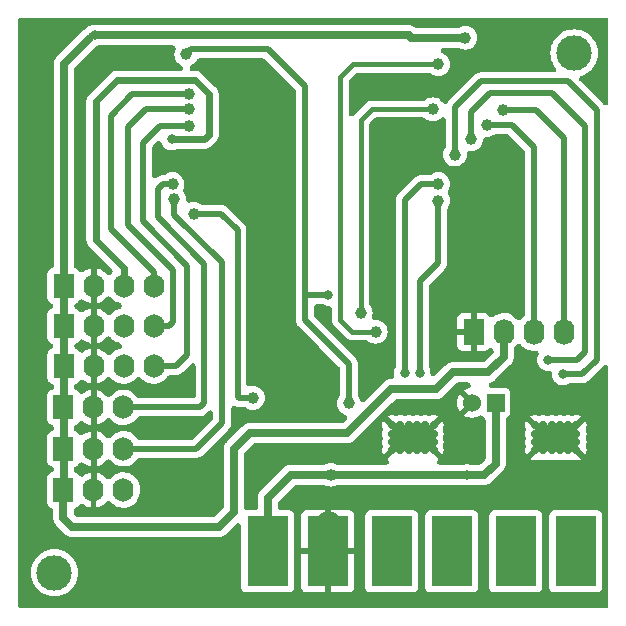
<source format=gbr>
%TF.GenerationSoftware,KiCad,Pcbnew,7.0.1*%
%TF.CreationDate,2023-08-30T02:05:44-03:00*%
%TF.ProjectId,RobotLaberinto_PCB,526f626f-744c-4616-9265-72696e746f5f,rev?*%
%TF.SameCoordinates,Original*%
%TF.FileFunction,Copper,L2,Bot*%
%TF.FilePolarity,Positive*%
%FSLAX46Y46*%
G04 Gerber Fmt 4.6, Leading zero omitted, Abs format (unit mm)*
G04 Created by KiCad (PCBNEW 7.0.1) date 2023-08-30 02:05:44*
%MOMM*%
%LPD*%
G01*
G04 APERTURE LIST*
%TA.AperFunction,ComponentPad*%
%ADD10C,2.999740*%
%TD*%
%TA.AperFunction,ComponentPad*%
%ADD11C,0.700000*%
%TD*%
%TA.AperFunction,ComponentPad*%
%ADD12R,3.500000X5.960000*%
%TD*%
%TA.AperFunction,ComponentPad*%
%ADD13R,1.750000X2.000000*%
%TD*%
%TA.AperFunction,ComponentPad*%
%ADD14O,1.750000X2.000000*%
%TD*%
%TA.AperFunction,ComponentPad*%
%ADD15R,1.524000X1.524000*%
%TD*%
%TA.AperFunction,ComponentPad*%
%ADD16C,1.524000*%
%TD*%
%TA.AperFunction,ComponentPad*%
%ADD17R,1.750000X2.200000*%
%TD*%
%TA.AperFunction,ComponentPad*%
%ADD18O,1.750000X2.200000*%
%TD*%
%TA.AperFunction,ViaPad*%
%ADD19C,1.000000*%
%TD*%
%TA.AperFunction,ViaPad*%
%ADD20C,0.800000*%
%TD*%
%TA.AperFunction,Conductor*%
%ADD21C,0.500000*%
%TD*%
%TA.AperFunction,Conductor*%
%ADD22C,0.700000*%
%TD*%
%TA.AperFunction,Conductor*%
%ADD23C,0.600000*%
%TD*%
%TA.AperFunction,Conductor*%
%ADD24C,0.400000*%
%TD*%
G04 APERTURE END LIST*
D10*
%TO.P,H1,1*%
%TO.N,N/C*%
X157000000Y-83000000D03*
%TD*%
D11*
%TO.P,J7,1*%
%TO.N,VCC*%
X130200000Y-122580000D03*
X130200000Y-123200000D03*
X130200000Y-123800000D03*
X130200000Y-124420000D03*
X130800000Y-122580000D03*
X130800000Y-123200000D03*
X130800000Y-123800000D03*
X130800000Y-124420000D03*
D12*
X131060000Y-125180000D03*
D11*
X131400000Y-122560000D03*
X131400000Y-123180000D03*
X131400000Y-123780000D03*
X131400000Y-124400000D03*
X132000000Y-122580000D03*
X132000000Y-123200000D03*
X132000000Y-123800000D03*
X132000000Y-124420000D03*
%TO.P,J7,2*%
%TO.N,GND*%
X135300000Y-122580000D03*
X135300000Y-123200000D03*
X135300000Y-123800000D03*
X135300000Y-124420000D03*
X135900000Y-122580000D03*
X135900000Y-123200000D03*
X135900000Y-123800000D03*
X135900000Y-124420000D03*
D12*
X136140000Y-125180000D03*
D11*
X136500000Y-122580000D03*
X136500000Y-123200000D03*
X136500000Y-123800000D03*
X136500000Y-124420000D03*
X137100000Y-122580000D03*
X137100000Y-123200000D03*
X137100000Y-123800000D03*
X137100000Y-124420000D03*
%TD*%
D13*
%TO.P,J3,1,Pin_1*%
%TO.N,+5V*%
X113780000Y-109500000D03*
D14*
%TO.P,J3,2,Pin_2*%
%TO.N,GND*%
X116320000Y-109500000D03*
%TO.P,J3,3,Pin_3*%
%TO.N,/OUT3_SENSOR*%
X118860000Y-109500000D03*
%TO.P,J3,4,Pin_4*%
%TO.N,/IN3_SENSOR*%
X121400000Y-109500000D03*
%TD*%
D11*
%TO.P,U6,1,GND*%
%TO.N,GND*%
X145095000Y-116626600D03*
X145095000Y-115926600D03*
X145095000Y-115226600D03*
X145095000Y-114526600D03*
X144395000Y-116626600D03*
X144395000Y-115926600D03*
X144395000Y-115226600D03*
X144395000Y-114526600D03*
X143695000Y-116626600D03*
X143695000Y-115926600D03*
X143695000Y-115226600D03*
X143695000Y-114526600D03*
X142995000Y-116626600D03*
X142995000Y-115926600D03*
X142995000Y-115226600D03*
X142995000Y-114526600D03*
X142295000Y-116626600D03*
X142295000Y-115926600D03*
X142295000Y-115226600D03*
X142295000Y-114526600D03*
X141595000Y-116626600D03*
X141595000Y-115926600D03*
X141595000Y-115226600D03*
X141595000Y-114526600D03*
%TD*%
D13*
%TO.P,J6,1,P1*%
%TO.N,+5V*%
X113760000Y-120000000D03*
D14*
%TO.P,J6,2,P2*%
%TO.N,GND*%
X116300000Y-120000000D03*
%TO.P,J6,3,P3*%
%TO.N,/IN{slash}OUT3*%
X118840000Y-120000000D03*
%TD*%
D11*
%TO.P,J8,1*%
%TO.N,/OUT_B_M2*%
X140700000Y-122580000D03*
X140700000Y-123200000D03*
X140700000Y-123800000D03*
X140700000Y-124420000D03*
X141300000Y-122580000D03*
X141300000Y-123200000D03*
X141300000Y-123800000D03*
X141300000Y-124420000D03*
D12*
X141560000Y-125180000D03*
D11*
X141900000Y-122560000D03*
X141900000Y-123180000D03*
X141900000Y-123780000D03*
X141900000Y-124400000D03*
X142500000Y-122580000D03*
X142500000Y-123200000D03*
X142500000Y-123800000D03*
X142500000Y-124420000D03*
%TO.P,J8,2*%
%TO.N,/OUT_A_M2*%
X145800000Y-122580000D03*
X145800000Y-123200000D03*
X145800000Y-123800000D03*
X145800000Y-124420000D03*
X146400000Y-122580000D03*
X146400000Y-123200000D03*
X146400000Y-123800000D03*
X146400000Y-124420000D03*
D12*
X146640000Y-125180000D03*
D11*
X147000000Y-122580000D03*
X147000000Y-123200000D03*
X147000000Y-123800000D03*
X147000000Y-124420000D03*
X147600000Y-122580000D03*
X147600000Y-123200000D03*
X147600000Y-123800000D03*
X147600000Y-124420000D03*
%TD*%
D13*
%TO.P,J4,1,P1*%
%TO.N,+5V*%
X113760000Y-113000000D03*
D14*
%TO.P,J4,2,P2*%
%TO.N,GND*%
X116300000Y-113000000D03*
%TO.P,J4,3,P3*%
%TO.N,/IN{slash}OUT1*%
X118840000Y-113000000D03*
%TD*%
D11*
%TO.P,J9,1*%
%TO.N,/OUT_B_M1*%
X151200000Y-122580000D03*
X151200000Y-123200000D03*
X151200000Y-123800000D03*
X151200000Y-124420000D03*
X151800000Y-122580000D03*
X151800000Y-123200000D03*
X151800000Y-123800000D03*
X151800000Y-124420000D03*
D12*
X152060000Y-125180000D03*
D11*
X152400000Y-122560000D03*
X152400000Y-123180000D03*
X152400000Y-123780000D03*
X152400000Y-124400000D03*
X153000000Y-122580000D03*
X153000000Y-123200000D03*
X153000000Y-123800000D03*
X153000000Y-124420000D03*
%TO.P,J9,2*%
%TO.N,/OUT_A_M1*%
X156300000Y-122580000D03*
X156300000Y-123200000D03*
X156300000Y-123800000D03*
X156300000Y-124420000D03*
X156900000Y-122580000D03*
X156900000Y-123200000D03*
X156900000Y-123800000D03*
X156900000Y-124420000D03*
D12*
X157140000Y-125180000D03*
D11*
X157500000Y-122580000D03*
X157500000Y-123200000D03*
X157500000Y-123800000D03*
X157500000Y-124420000D03*
X158100000Y-122580000D03*
X158100000Y-123200000D03*
X158100000Y-123800000D03*
X158100000Y-124420000D03*
%TD*%
D13*
%TO.P,J2,1,Pin_1*%
%TO.N,+5V*%
X113780000Y-106100000D03*
D14*
%TO.P,J2,2,Pin_2*%
%TO.N,GND*%
X116320000Y-106100000D03*
%TO.P,J2,3,Pin_3*%
%TO.N,/OUT2_SENSOR*%
X118860000Y-106100000D03*
%TO.P,J2,4,Pin_4*%
%TO.N,/IN2_SENSOR*%
X121400000Y-106100000D03*
%TD*%
D10*
%TO.P,H2,1*%
%TO.N,N/C*%
X113000000Y-127000000D03*
%TD*%
D15*
%TO.P,C1,1*%
%TO.N,VCC*%
X150345000Y-112600000D03*
D16*
%TO.P,C1,2*%
%TO.N,GND*%
X148345000Y-112600000D03*
%TD*%
D13*
%TO.P,J5,1,P1*%
%TO.N,+5V*%
X113760000Y-116500000D03*
D14*
%TO.P,J5,2,P2*%
%TO.N,GND*%
X116300000Y-116500000D03*
%TO.P,J5,3,P3*%
%TO.N,/IN{slash}OUT2*%
X118840000Y-116500000D03*
%TD*%
D11*
%TO.P,U5,1,GND*%
%TO.N,GND*%
X157195000Y-116626600D03*
X157195000Y-115926600D03*
X157195000Y-115226600D03*
X157195000Y-114526600D03*
X156495000Y-116626600D03*
X156495000Y-115926600D03*
X156495000Y-115226600D03*
X156495000Y-114526600D03*
X155795000Y-116626600D03*
X155795000Y-115926600D03*
X155795000Y-115226600D03*
X155795000Y-114526600D03*
X155095000Y-116626600D03*
X155095000Y-115926600D03*
X155095000Y-115226600D03*
X155095000Y-114526600D03*
X154395000Y-116626600D03*
X154395000Y-115926600D03*
X154395000Y-115226600D03*
X154395000Y-114526600D03*
X153695000Y-116626600D03*
X153695000Y-115926600D03*
X153695000Y-115226600D03*
X153695000Y-114526600D03*
%TD*%
D13*
%TO.P,J1,1,Pin_1*%
%TO.N,+5V*%
X113780000Y-102700000D03*
D14*
%TO.P,J1,2,Pin_2*%
%TO.N,GND*%
X116320000Y-102700000D03*
%TO.P,J1,3,Pin_3*%
%TO.N,/OUT1_SENSOR*%
X118860000Y-102700000D03*
%TO.P,J1,4,Pin_4*%
%TO.N,/IN1_SENSOR*%
X121400000Y-102700000D03*
%TD*%
D17*
%TO.P,Programador1,1,Pin_1*%
%TO.N,GND*%
X148490000Y-106600000D03*
D18*
%TO.P,Programador1,2,Pin_2*%
%TO.N,+5V*%
X151030000Y-106600000D03*
%TO.P,Programador1,3,Pin_3*%
%TO.N,/RXD0*%
X153570000Y-106600000D03*
%TO.P,Programador1,4,Pin_4*%
%TO.N,/TXD0*%
X156110000Y-106600000D03*
%TD*%
D19*
%TO.N,+5V*%
X147794450Y-81700000D03*
D20*
X116400000Y-81500000D03*
%TO.N,+3V3*%
X136200000Y-103500000D03*
D19*
X137920000Y-112660000D03*
X124150000Y-83120000D03*
%TO.N,VCC*%
X136400000Y-118700000D03*
D20*
X147899100Y-118699100D03*
D19*
%TO.N,/RXD0*%
X149600000Y-89100000D03*
%TO.N,/TXD0*%
X151010000Y-87860000D03*
%TO.N,/IN2_SENSOR*%
X124400000Y-87770000D03*
%TO.N,/IN1_SENSOR*%
X124400000Y-86500000D03*
D20*
%TO.N,/OUT1_SENSOR*%
X122911750Y-90311750D03*
D19*
%TO.N,/SDA*%
X145050628Y-87754772D03*
X138922500Y-104977500D03*
%TO.N,/SCL*%
X140200000Y-106600000D03*
X145500000Y-83970000D03*
%TO.N,/IN3_SENSOR*%
X124400000Y-89169503D03*
%TO.N,/INT*%
X129800000Y-112200000D03*
X124800000Y-96594388D03*
%TO.N,/M2_IN2*%
X145500000Y-95499503D03*
D20*
X143930000Y-110060000D03*
D19*
%TO.N,/M2_IN1*%
X145500000Y-94100000D03*
D20*
X142660000Y-110060000D03*
D19*
%TO.N,/M1_IN2*%
X146900000Y-91600000D03*
D20*
X156040000Y-110210000D03*
%TO.N,/M1_IN1*%
X154760000Y-108980000D03*
D19*
X148300000Y-90290000D03*
%TO.N,/IN{slash}OUT1*%
X123000000Y-94100000D03*
%TO.N,/IN{slash}OUT2*%
X123149500Y-95400000D03*
%TD*%
D21*
%TO.N,/IN3_SENSOR*%
X123300000Y-109500000D02*
X121400000Y-109500000D01*
X124250000Y-101000000D02*
X124250000Y-108550000D01*
X124250000Y-108550000D02*
X123300000Y-109500000D01*
X120500000Y-97250000D02*
X124250000Y-101000000D01*
X120500000Y-90600000D02*
X120500000Y-97250000D01*
X121930497Y-89169503D02*
X120500000Y-90600000D01*
X124400000Y-89169503D02*
X121930497Y-89169503D01*
%TO.N,/IN2_SENSOR*%
X123000000Y-101400000D02*
X123000000Y-105800000D01*
X119200000Y-89300000D02*
X119200000Y-97600000D01*
X122700000Y-106100000D02*
X121400000Y-106100000D01*
X120730000Y-87770000D02*
X119200000Y-89300000D01*
X119200000Y-97600000D02*
X123000000Y-101400000D01*
X123000000Y-105800000D02*
X122700000Y-106100000D01*
X124400000Y-87770000D02*
X120730000Y-87770000D01*
%TO.N,/IN{slash}OUT1*%
X125300000Y-113000000D02*
X118840000Y-113000000D01*
X125700000Y-112600000D02*
X125300000Y-113000000D01*
X125700000Y-100850000D02*
X125700000Y-112600000D01*
X121750000Y-96900000D02*
X125700000Y-100850000D01*
X121750000Y-94500000D02*
X121750000Y-96900000D01*
X122150000Y-94100000D02*
X121750000Y-94500000D01*
X123000000Y-94100000D02*
X122150000Y-94100000D01*
%TO.N,GND*%
X116320000Y-119980000D02*
X116300000Y-120000000D01*
D22*
X148390000Y-106700000D02*
X148490000Y-106600000D01*
D21*
X116320000Y-102700000D02*
X116320000Y-119980000D01*
D22*
%TO.N,+5V*%
X113760000Y-120000000D02*
X113760000Y-122360000D01*
X114520000Y-123120000D02*
X126910000Y-123120000D01*
X137790000Y-115170000D02*
X141530000Y-111430000D01*
X113780000Y-102700000D02*
X113780000Y-119980000D01*
X128200000Y-121830000D02*
X128200000Y-116510000D01*
X116400000Y-81500000D02*
X143000000Y-81500000D01*
X151030000Y-108740000D02*
X151030000Y-106600000D01*
X143200000Y-81700000D02*
X147794450Y-81700000D01*
D21*
X116400000Y-81500000D02*
X116200000Y-81500000D01*
D22*
X126910000Y-123120000D02*
X128200000Y-121830000D01*
X113760000Y-122360000D02*
X114520000Y-123120000D01*
X149740000Y-110030000D02*
X151030000Y-108740000D01*
X128200000Y-116510000D02*
X129540000Y-115170000D01*
X113780000Y-83920000D02*
X113780000Y-102700000D01*
X145330000Y-111430000D02*
X146730000Y-110030000D01*
X129540000Y-115170000D02*
X137790000Y-115170000D01*
X146730000Y-110030000D02*
X149740000Y-110030000D01*
X113780000Y-119980000D02*
X113760000Y-120000000D01*
X141530000Y-111430000D02*
X145330000Y-111430000D01*
D21*
X116200000Y-81500000D02*
X115900000Y-81800000D01*
D22*
X143000000Y-81500000D02*
X143200000Y-81700000D01*
X115900000Y-81800000D02*
X113780000Y-83920000D01*
D21*
%TO.N,+3V3*%
X136200000Y-103500000D02*
X134200000Y-103500000D01*
X134200000Y-85800000D02*
X134200000Y-103500000D01*
X124570000Y-82700000D02*
X131100000Y-82700000D01*
X124150000Y-83120000D02*
X124570000Y-82700000D01*
X137920000Y-109320000D02*
X134200000Y-105600000D01*
X134200000Y-105600000D02*
X134200000Y-103500000D01*
X131100000Y-82700000D02*
X134200000Y-85800000D01*
X137920000Y-112660000D02*
X137920000Y-109320000D01*
D22*
%TO.N,VCC*%
X136400900Y-118699100D02*
X136400000Y-118700000D01*
X147899100Y-118699100D02*
X149400900Y-118699100D01*
X149400900Y-118699100D02*
X150345000Y-117755000D01*
X131060000Y-120640000D02*
X131060000Y-126200000D01*
X136400000Y-118700000D02*
X133000000Y-118700000D01*
X147899100Y-118699100D02*
X136400900Y-118699100D01*
X150345000Y-117755000D02*
X150345000Y-112600000D01*
X133000000Y-118700000D02*
X131060000Y-120640000D01*
D21*
%TO.N,/RXD0*%
X149600000Y-89100000D02*
X151700000Y-89100000D01*
X151700000Y-89100000D02*
X153570000Y-90970000D01*
X153570000Y-90970000D02*
X153570000Y-106600000D01*
%TO.N,/TXD0*%
X156110000Y-90210000D02*
X156110000Y-106600000D01*
X151010000Y-87860000D02*
X153760000Y-87860000D01*
X153760000Y-87860000D02*
X156110000Y-90210000D01*
%TO.N,/IN1_SENSOR*%
X121400000Y-101500000D02*
X121400000Y-102700000D01*
X117800000Y-97900000D02*
X121400000Y-101500000D01*
X117800000Y-88300000D02*
X117800000Y-97900000D01*
X124400000Y-86500000D02*
X119600000Y-86500000D01*
X119600000Y-86500000D02*
X117800000Y-88300000D01*
D23*
%TO.N,/OUT1_SENSOR*%
X126100000Y-89900000D02*
X125688250Y-90311750D01*
X118860000Y-102700000D02*
X118860000Y-101160000D01*
X126100000Y-86500000D02*
X126100000Y-89900000D01*
X118300000Y-85300000D02*
X124900000Y-85300000D01*
X116500000Y-98800000D02*
X116500000Y-87100000D01*
X125688250Y-90311750D02*
X122911750Y-90311750D01*
X118860000Y-101160000D02*
X116500000Y-98800000D01*
X116500000Y-87100000D02*
X118300000Y-85300000D01*
X124900000Y-85300000D02*
X126100000Y-86500000D01*
D24*
%TO.N,/SDA*%
X138922500Y-88677500D02*
X138922500Y-104977500D01*
X139845228Y-87754772D02*
X138922500Y-88677500D01*
X145050628Y-87754772D02*
X139845228Y-87754772D01*
%TO.N,/SCL*%
X138270000Y-83970000D02*
X137200000Y-85040000D01*
X145500000Y-83970000D02*
X138270000Y-83970000D01*
X137200000Y-105600000D02*
X138200000Y-106600000D01*
X138200000Y-106600000D02*
X140200000Y-106600000D01*
X137200000Y-85040000D02*
X137200000Y-105600000D01*
D21*
%TO.N,/INT*%
X127094388Y-96594388D02*
X128500000Y-98000000D01*
X128500000Y-98000000D02*
X128500000Y-112100000D01*
X128500000Y-112100000D02*
X128600000Y-112200000D01*
X128600000Y-112200000D02*
X129800000Y-112200000D01*
X124800000Y-96594388D02*
X127094388Y-96594388D01*
%TO.N,/M2_IN2*%
X145500000Y-95499503D02*
X145500000Y-100760000D01*
X143930000Y-102330000D02*
X143930000Y-110060000D01*
X145500000Y-100760000D02*
X143930000Y-102330000D01*
%TO.N,/M2_IN1*%
X145500000Y-94100000D02*
X144000000Y-94100000D01*
X142660000Y-95440000D02*
X142660000Y-110060000D01*
X144000000Y-94100000D02*
X142660000Y-95440000D01*
%TO.N,/M1_IN2*%
X158900000Y-87800000D02*
X158900000Y-108970000D01*
X146900000Y-91600000D02*
X146900000Y-87600000D01*
X157660000Y-110210000D02*
X156040000Y-110210000D01*
X146900000Y-87600000D02*
X149100000Y-85400000D01*
X158900000Y-108970000D02*
X157660000Y-110210000D01*
X149100000Y-85400000D02*
X156500000Y-85400000D01*
X156500000Y-85400000D02*
X158900000Y-87800000D01*
%TO.N,/M1_IN1*%
X155100000Y-86400000D02*
X157900000Y-89200000D01*
X149900000Y-86400000D02*
X155100000Y-86400000D01*
X157250000Y-108980000D02*
X154760000Y-108980000D01*
X148300000Y-88000000D02*
X149900000Y-86400000D01*
X157900000Y-108330000D02*
X157250000Y-108980000D01*
X157900000Y-89200000D02*
X157900000Y-108330000D01*
X148300000Y-90290000D02*
X148300000Y-88000000D01*
%TO.N,/IN{slash}OUT2*%
X125000000Y-116500000D02*
X118840000Y-116500000D01*
X123149500Y-95400000D02*
X123149500Y-96676708D01*
X127200000Y-100727208D02*
X127200000Y-114300000D01*
X127200000Y-114300000D02*
X125000000Y-116500000D01*
X123149500Y-96676708D02*
X127200000Y-100727208D01*
%TD*%
%TA.AperFunction,Conductor*%
%TO.N,GND*%
G36*
X159745788Y-80019454D02*
G01*
X159826570Y-80073430D01*
X159880546Y-80154212D01*
X159899500Y-80249500D01*
X159899500Y-87133938D01*
X159881005Y-87228109D01*
X159828269Y-87308292D01*
X159749125Y-87362573D01*
X159655330Y-87382891D01*
X159560817Y-87366227D01*
X159479627Y-87315055D01*
X159425617Y-87264100D01*
X159420420Y-87259053D01*
X157489813Y-85328445D01*
X157441910Y-85261174D01*
X157418644Y-85181936D01*
X157422574Y-85099446D01*
X157453267Y-85022778D01*
X157507348Y-84960366D01*
X157578863Y-84919076D01*
X157833107Y-84824249D01*
X158084244Y-84687117D01*
X158313310Y-84515641D01*
X158515641Y-84313310D01*
X158687117Y-84084244D01*
X158824249Y-83833107D01*
X158924244Y-83565009D01*
X158985067Y-83285410D01*
X159005480Y-83000000D01*
X158985067Y-82714590D01*
X158924244Y-82434991D01*
X158824249Y-82166893D01*
X158687117Y-81915756D01*
X158515641Y-81686690D01*
X158313310Y-81484359D01*
X158084244Y-81312883D01*
X157958675Y-81244317D01*
X157833106Y-81175750D01*
X157565009Y-81075756D01*
X157285410Y-81014933D01*
X157000000Y-80994520D01*
X156714590Y-81014933D01*
X156434990Y-81075756D01*
X156166893Y-81175750D01*
X155915754Y-81312884D01*
X155686692Y-81484357D01*
X155484357Y-81686692D01*
X155312884Y-81915754D01*
X155175750Y-82166893D01*
X155075756Y-82434990D01*
X155039969Y-82599500D01*
X155014933Y-82714590D01*
X154994520Y-83000000D01*
X155014933Y-83285410D01*
X155064288Y-83512292D01*
X155075756Y-83565009D01*
X155175750Y-83833106D01*
X155175751Y-83833107D01*
X155312883Y-84084244D01*
X155437926Y-84251283D01*
X155478322Y-84333197D01*
X155486462Y-84424169D01*
X155461252Y-84511957D01*
X155406082Y-84584748D01*
X155328377Y-84632749D01*
X155238590Y-84649500D01*
X149172811Y-84649500D01*
X149136723Y-84646871D01*
X149121977Y-84644711D01*
X149078059Y-84648553D01*
X149056360Y-84649500D01*
X149056291Y-84649500D01*
X149027295Y-84652888D01*
X149020101Y-84653622D01*
X148936167Y-84660965D01*
X148856962Y-84689792D01*
X148850131Y-84692166D01*
X148770144Y-84718672D01*
X148699734Y-84764981D01*
X148693628Y-84768870D01*
X148621915Y-84813103D01*
X148564099Y-84874383D01*
X148559056Y-84879575D01*
X146420793Y-87017837D01*
X146393422Y-87041491D01*
X146381469Y-87050389D01*
X146353130Y-87084162D01*
X146338476Y-87100156D01*
X146338407Y-87100224D01*
X146320312Y-87123109D01*
X146315743Y-87128718D01*
X146263621Y-87190836D01*
X146196905Y-87246694D01*
X146115044Y-87276187D01*
X146028034Y-87275713D01*
X145946498Y-87245331D01*
X145880395Y-87188749D01*
X145849329Y-87150895D01*
X145761511Y-87043889D01*
X145682844Y-86979328D01*
X145609169Y-86918863D01*
X145435353Y-86825957D01*
X145246760Y-86768748D01*
X145050628Y-86749430D01*
X144854495Y-86768748D01*
X144665902Y-86825957D01*
X144492089Y-86918861D01*
X144395964Y-86997751D01*
X144321885Y-87039716D01*
X144237999Y-87054272D01*
X139873914Y-87054272D01*
X139858881Y-87053818D01*
X139839226Y-87052629D01*
X139802622Y-87050415D01*
X139802621Y-87050415D01*
X139747173Y-87060575D01*
X139732316Y-87062836D01*
X139675626Y-87069720D01*
X139635967Y-87080775D01*
X139583889Y-87104213D01*
X139569999Y-87109966D01*
X139516614Y-87130212D01*
X139480750Y-87150440D01*
X139435795Y-87185659D01*
X139423688Y-87194568D01*
X139377298Y-87226589D01*
X139339928Y-87268770D01*
X139329622Y-87279719D01*
X138447447Y-88161894D01*
X138436498Y-88172200D01*
X138394315Y-88209571D01*
X138362288Y-88255969D01*
X138353385Y-88268070D01*
X138345516Y-88278115D01*
X138280160Y-88336526D01*
X138198612Y-88368670D01*
X138110979Y-88370563D01*
X138028119Y-88341972D01*
X137960301Y-88286439D01*
X137915928Y-88210847D01*
X137900500Y-88124561D01*
X137900500Y-85433296D01*
X137919454Y-85338008D01*
X137973430Y-85257227D01*
X138487225Y-84743431D01*
X138538795Y-84703860D01*
X138598849Y-84678984D01*
X138663295Y-84670500D01*
X144687371Y-84670500D01*
X144771257Y-84685056D01*
X144845336Y-84727021D01*
X144941461Y-84805910D01*
X144986658Y-84830068D01*
X145115273Y-84898814D01*
X145303868Y-84956024D01*
X145500000Y-84975341D01*
X145696132Y-84956024D01*
X145884727Y-84898814D01*
X146058538Y-84805910D01*
X146058539Y-84805908D01*
X146058541Y-84805908D01*
X146210883Y-84680883D01*
X146335908Y-84528541D01*
X146335910Y-84528538D01*
X146428814Y-84354727D01*
X146486024Y-84166132D01*
X146505341Y-83970000D01*
X146486024Y-83773868D01*
X146428814Y-83585273D01*
X146335910Y-83411462D01*
X146335908Y-83411458D01*
X146210883Y-83259116D01*
X146058541Y-83134091D01*
X145884725Y-83041185D01*
X145873492Y-83037778D01*
X145795001Y-82997664D01*
X145735405Y-82932715D01*
X145702172Y-82851071D01*
X145699468Y-82762964D01*
X145727631Y-82679436D01*
X145783133Y-82610955D01*
X145859017Y-82566103D01*
X145945773Y-82550500D01*
X147200837Y-82550500D01*
X147261339Y-82557962D01*
X147318215Y-82579902D01*
X147409723Y-82628814D01*
X147598318Y-82686024D01*
X147794450Y-82705341D01*
X147990582Y-82686024D01*
X148179177Y-82628814D01*
X148352988Y-82535910D01*
X148352989Y-82535908D01*
X148352991Y-82535908D01*
X148505333Y-82410883D01*
X148630358Y-82258541D01*
X148679345Y-82166893D01*
X148723264Y-82084727D01*
X148780474Y-81896132D01*
X148799791Y-81700000D01*
X148780474Y-81503868D01*
X148723264Y-81315273D01*
X148630360Y-81141462D01*
X148630358Y-81141458D01*
X148505333Y-80989116D01*
X148352991Y-80864091D01*
X148194092Y-80779158D01*
X148179177Y-80771186D01*
X148179176Y-80771185D01*
X148179175Y-80771185D01*
X147990582Y-80713976D01*
X147794449Y-80694658D01*
X147598317Y-80713976D01*
X147409722Y-80771186D01*
X147318215Y-80820098D01*
X147261339Y-80842038D01*
X147200837Y-80849500D01*
X143635934Y-80849500D01*
X143553240Y-80835368D01*
X143479934Y-80794574D01*
X143453462Y-80773295D01*
X143449570Y-80770881D01*
X143370602Y-80734346D01*
X143364527Y-80731435D01*
X143295021Y-80696964D01*
X143295017Y-80696963D01*
X143286617Y-80692797D01*
X143282311Y-80691280D01*
X143230800Y-80679942D01*
X143197334Y-80672575D01*
X143190800Y-80671044D01*
X143181969Y-80668848D01*
X143115495Y-80652316D01*
X143115494Y-80652315D01*
X143106423Y-80650060D01*
X143101852Y-80649500D01*
X143092497Y-80649500D01*
X143014913Y-80649500D01*
X143008171Y-80649409D01*
X142921198Y-80647053D01*
X142895465Y-80649500D01*
X116756052Y-80649500D01*
X116704283Y-80644059D01*
X116494646Y-80599500D01*
X116305354Y-80599500D01*
X116120197Y-80638856D01*
X116046074Y-80671858D01*
X115947269Y-80715849D01*
X115794125Y-80827114D01*
X115693182Y-80939223D01*
X115647689Y-80978830D01*
X115594007Y-81006335D01*
X115519885Y-81033566D01*
X115364010Y-81133200D01*
X113210190Y-83287018D01*
X113195322Y-83300725D01*
X113158899Y-83331663D01*
X113111956Y-83393415D01*
X113107806Y-83398724D01*
X113053302Y-83466531D01*
X113050873Y-83470446D01*
X113014353Y-83549381D01*
X113011444Y-83555452D01*
X112972803Y-83633369D01*
X112971278Y-83637700D01*
X112952587Y-83722613D01*
X112951049Y-83729176D01*
X112930060Y-83813573D01*
X112929500Y-83818152D01*
X112929500Y-83905087D01*
X112929409Y-83911829D01*
X112927053Y-83998801D01*
X112929500Y-84024535D01*
X112929500Y-100983798D01*
X112918124Y-101058203D01*
X112885034Y-101125808D01*
X112833254Y-101180438D01*
X112767517Y-101217097D01*
X112662669Y-101256204D01*
X112657896Y-101259777D01*
X112547453Y-101342453D01*
X112491621Y-101417037D01*
X112461204Y-101457669D01*
X112446578Y-101496884D01*
X112410908Y-101592519D01*
X112404500Y-101652125D01*
X112404500Y-103747869D01*
X112407939Y-103779855D01*
X112410909Y-103807483D01*
X112461204Y-103942331D01*
X112504328Y-103999938D01*
X112547453Y-104057546D01*
X112612081Y-104105926D01*
X112662669Y-104143796D01*
X112724079Y-104166700D01*
X112798191Y-104210163D01*
X112853121Y-104276231D01*
X112882326Y-104357036D01*
X112882326Y-104442957D01*
X112853124Y-104523763D01*
X112798194Y-104589832D01*
X112724079Y-104633299D01*
X112662669Y-104656204D01*
X112547453Y-104742453D01*
X112472046Y-104843185D01*
X112461204Y-104857669D01*
X112458281Y-104865507D01*
X112410908Y-104992519D01*
X112404500Y-105052125D01*
X112404500Y-107147869D01*
X112406286Y-107164481D01*
X112410909Y-107207483D01*
X112461204Y-107342331D01*
X112499598Y-107393619D01*
X112547453Y-107457546D01*
X112612081Y-107505926D01*
X112662669Y-107543796D01*
X112724079Y-107566700D01*
X112798191Y-107610163D01*
X112853121Y-107676231D01*
X112882326Y-107757036D01*
X112882326Y-107842957D01*
X112853124Y-107923763D01*
X112798194Y-107989832D01*
X112724079Y-108033299D01*
X112662669Y-108056204D01*
X112547453Y-108142453D01*
X112501209Y-108204229D01*
X112461204Y-108257669D01*
X112439551Y-108315724D01*
X112410908Y-108392519D01*
X112404500Y-108452125D01*
X112404500Y-110547869D01*
X112409733Y-110596543D01*
X112410909Y-110607483D01*
X112461204Y-110742331D01*
X112476827Y-110763200D01*
X112547453Y-110857546D01*
X112584396Y-110885201D01*
X112662669Y-110943796D01*
X112767517Y-110982902D01*
X112833254Y-111019562D01*
X112885034Y-111074192D01*
X112918124Y-111141797D01*
X112929500Y-111216202D01*
X112929500Y-111276338D01*
X112918124Y-111350743D01*
X112885034Y-111418348D01*
X112833254Y-111472977D01*
X112767517Y-111509638D01*
X112642670Y-111556203D01*
X112527453Y-111642453D01*
X112461530Y-111730517D01*
X112441204Y-111757669D01*
X112438281Y-111765507D01*
X112390908Y-111892519D01*
X112384500Y-111952125D01*
X112384500Y-114047869D01*
X112386026Y-114062063D01*
X112390909Y-114107483D01*
X112441204Y-114242331D01*
X112476203Y-114289083D01*
X112527453Y-114357546D01*
X112582211Y-114398537D01*
X112642669Y-114443796D01*
X112767520Y-114490362D01*
X112833254Y-114527021D01*
X112885033Y-114581650D01*
X112918123Y-114649256D01*
X112929500Y-114723661D01*
X112929500Y-114776338D01*
X112918124Y-114850743D01*
X112885034Y-114918348D01*
X112833254Y-114972977D01*
X112767517Y-115009638D01*
X112642670Y-115056203D01*
X112527453Y-115142453D01*
X112464463Y-115226599D01*
X112441204Y-115257669D01*
X112438281Y-115265507D01*
X112390908Y-115392519D01*
X112384500Y-115452125D01*
X112384500Y-117547869D01*
X112387939Y-117579855D01*
X112390909Y-117607483D01*
X112441204Y-117742331D01*
X112462805Y-117771186D01*
X112527453Y-117857546D01*
X112581093Y-117897700D01*
X112642669Y-117943796D01*
X112767520Y-117990362D01*
X112833254Y-118027021D01*
X112885033Y-118081650D01*
X112918123Y-118149256D01*
X112929500Y-118223661D01*
X112929500Y-118276338D01*
X112918124Y-118350743D01*
X112885034Y-118418348D01*
X112833254Y-118472977D01*
X112767517Y-118509638D01*
X112642670Y-118556203D01*
X112527453Y-118642453D01*
X112452046Y-118743185D01*
X112441204Y-118757669D01*
X112438281Y-118765507D01*
X112390908Y-118892519D01*
X112384500Y-118952125D01*
X112384500Y-121047869D01*
X112387939Y-121079855D01*
X112390909Y-121107483D01*
X112441204Y-121242331D01*
X112484328Y-121299938D01*
X112527453Y-121357546D01*
X112550199Y-121374573D01*
X112642669Y-121443796D01*
X112747517Y-121482902D01*
X112813254Y-121519562D01*
X112865034Y-121574192D01*
X112898124Y-121641797D01*
X112909500Y-121716202D01*
X112909500Y-122315310D01*
X112908679Y-122335516D01*
X112904799Y-122383169D01*
X112915276Y-122460077D01*
X112916095Y-122466762D01*
X112925498Y-122553219D01*
X112926544Y-122557680D01*
X112956536Y-122639320D01*
X112958773Y-122645674D01*
X112986542Y-122728086D01*
X112988529Y-122732232D01*
X113035364Y-122805506D01*
X113038917Y-122811235D01*
X113083754Y-122885754D01*
X113086579Y-122889368D01*
X113148092Y-122950882D01*
X113152794Y-122955713D01*
X113212599Y-123018848D01*
X113232522Y-123035311D01*
X113887017Y-123689806D01*
X113900713Y-123704664D01*
X113931663Y-123741100D01*
X113931665Y-123741102D01*
X113993447Y-123788067D01*
X113998737Y-123792202D01*
X114009769Y-123801070D01*
X114066561Y-123846721D01*
X114070414Y-123849111D01*
X114078934Y-123853053D01*
X114078936Y-123853054D01*
X114149441Y-123885673D01*
X114155458Y-123888557D01*
X114165318Y-123893447D01*
X114233392Y-123927209D01*
X114237669Y-123928715D01*
X114246833Y-123930732D01*
X114322650Y-123947420D01*
X114329149Y-123948942D01*
X114404505Y-123967684D01*
X114404507Y-123967684D01*
X114413602Y-123969946D01*
X114418123Y-123970500D01*
X114427503Y-123970500D01*
X114505087Y-123970500D01*
X114511828Y-123970590D01*
X114589432Y-123972693D01*
X114589435Y-123972692D01*
X114598801Y-123972946D01*
X114624535Y-123970500D01*
X126865310Y-123970500D01*
X126885516Y-123971321D01*
X126891205Y-123971784D01*
X126933167Y-123975201D01*
X127010089Y-123964719D01*
X127016676Y-123963912D01*
X127093910Y-123955514D01*
X127093911Y-123955513D01*
X127103249Y-123954498D01*
X127107653Y-123953465D01*
X127116466Y-123950227D01*
X127116468Y-123950227D01*
X127189318Y-123923463D01*
X127195682Y-123921222D01*
X127278116Y-123893447D01*
X127282206Y-123891487D01*
X127290111Y-123886433D01*
X127290116Y-123886432D01*
X127355582Y-123844585D01*
X127361189Y-123841108D01*
X127427736Y-123801070D01*
X127427739Y-123801067D01*
X127435777Y-123796231D01*
X127439352Y-123793436D01*
X127445985Y-123786801D01*
X127445989Y-123786800D01*
X127500896Y-123731891D01*
X127505696Y-123727221D01*
X127568847Y-123667402D01*
X127585307Y-123647480D01*
X128384433Y-122848354D01*
X128465212Y-122794381D01*
X128560500Y-122775427D01*
X128655788Y-122794381D01*
X128736570Y-122848357D01*
X128790546Y-122929139D01*
X128809500Y-123024427D01*
X128809500Y-128207869D01*
X128809501Y-128207874D01*
X128815909Y-128267483D01*
X128866204Y-128402331D01*
X128909328Y-128459938D01*
X128952453Y-128517546D01*
X128995578Y-128549828D01*
X129067669Y-128603796D01*
X129202517Y-128654091D01*
X129262127Y-128660500D01*
X132857872Y-128660499D01*
X132917483Y-128654091D01*
X133052331Y-128603796D01*
X133167546Y-128517546D01*
X133253796Y-128402331D01*
X133304091Y-128267483D01*
X133310500Y-128207873D01*
X133310500Y-128207831D01*
X133890000Y-128207831D01*
X133896401Y-128267373D01*
X133946647Y-128402090D01*
X134032810Y-128517189D01*
X134147909Y-128603352D01*
X134282626Y-128653598D01*
X134342169Y-128660000D01*
X135889999Y-128660000D01*
X135890000Y-128659999D01*
X136390000Y-128659999D01*
X136390001Y-128660000D01*
X137937831Y-128660000D01*
X137997373Y-128653598D01*
X138132090Y-128603352D01*
X138247189Y-128517189D01*
X138333352Y-128402090D01*
X138383598Y-128267373D01*
X138389996Y-128207869D01*
X139309500Y-128207869D01*
X139309501Y-128207874D01*
X139315909Y-128267483D01*
X139366204Y-128402331D01*
X139409328Y-128459938D01*
X139452453Y-128517546D01*
X139495578Y-128549828D01*
X139567669Y-128603796D01*
X139702517Y-128654091D01*
X139762127Y-128660500D01*
X143357872Y-128660499D01*
X143417483Y-128654091D01*
X143552331Y-128603796D01*
X143667546Y-128517546D01*
X143753796Y-128402331D01*
X143804091Y-128267483D01*
X143810500Y-128207873D01*
X143810500Y-128207869D01*
X144389500Y-128207869D01*
X144389501Y-128207874D01*
X144395909Y-128267483D01*
X144446204Y-128402331D01*
X144489328Y-128459938D01*
X144532453Y-128517546D01*
X144575578Y-128549828D01*
X144647669Y-128603796D01*
X144782517Y-128654091D01*
X144842127Y-128660500D01*
X148437872Y-128660499D01*
X148497483Y-128654091D01*
X148632331Y-128603796D01*
X148747546Y-128517546D01*
X148833796Y-128402331D01*
X148884091Y-128267483D01*
X148890500Y-128207873D01*
X148890500Y-128207869D01*
X149809500Y-128207869D01*
X149809501Y-128207874D01*
X149815909Y-128267483D01*
X149866204Y-128402331D01*
X149909328Y-128459938D01*
X149952453Y-128517546D01*
X149995578Y-128549828D01*
X150067669Y-128603796D01*
X150202517Y-128654091D01*
X150262127Y-128660500D01*
X153857872Y-128660499D01*
X153917483Y-128654091D01*
X154052331Y-128603796D01*
X154167546Y-128517546D01*
X154253796Y-128402331D01*
X154304091Y-128267483D01*
X154310500Y-128207873D01*
X154310500Y-128207869D01*
X154889500Y-128207869D01*
X154889501Y-128207874D01*
X154895909Y-128267483D01*
X154946204Y-128402331D01*
X154989328Y-128459938D01*
X155032453Y-128517546D01*
X155075578Y-128549828D01*
X155147669Y-128603796D01*
X155282517Y-128654091D01*
X155342127Y-128660500D01*
X158937872Y-128660499D01*
X158997483Y-128654091D01*
X159132331Y-128603796D01*
X159247546Y-128517546D01*
X159333796Y-128402331D01*
X159384091Y-128267483D01*
X159390500Y-128207873D01*
X159390499Y-122152128D01*
X159384091Y-122092517D01*
X159333796Y-121957669D01*
X159247813Y-121842810D01*
X159247546Y-121842453D01*
X159189938Y-121799329D01*
X159132331Y-121756204D01*
X158997483Y-121705909D01*
X158997482Y-121705908D01*
X158997480Y-121705908D01*
X158937874Y-121699500D01*
X155342130Y-121699500D01*
X155282526Y-121705908D01*
X155282517Y-121705909D01*
X155147669Y-121756204D01*
X155133185Y-121767046D01*
X155032453Y-121842453D01*
X154985952Y-121904572D01*
X154946204Y-121957669D01*
X154930468Y-121999860D01*
X154895908Y-122092519D01*
X154889500Y-122152125D01*
X154889500Y-128207869D01*
X154310500Y-128207869D01*
X154310499Y-122152128D01*
X154304091Y-122092517D01*
X154253796Y-121957669D01*
X154167813Y-121842810D01*
X154167546Y-121842453D01*
X154109938Y-121799329D01*
X154052331Y-121756204D01*
X153917483Y-121705909D01*
X153917482Y-121705908D01*
X153917480Y-121705908D01*
X153857874Y-121699500D01*
X150262130Y-121699500D01*
X150202526Y-121705908D01*
X150202517Y-121705909D01*
X150067669Y-121756204D01*
X150053185Y-121767046D01*
X149952453Y-121842453D01*
X149905952Y-121904572D01*
X149866204Y-121957669D01*
X149850468Y-121999860D01*
X149815908Y-122092519D01*
X149809500Y-122152125D01*
X149809500Y-128207869D01*
X148890500Y-128207869D01*
X148890499Y-122152128D01*
X148884091Y-122092517D01*
X148833796Y-121957669D01*
X148747813Y-121842810D01*
X148747546Y-121842453D01*
X148689938Y-121799329D01*
X148632331Y-121756204D01*
X148497483Y-121705909D01*
X148497482Y-121705908D01*
X148497480Y-121705908D01*
X148437874Y-121699500D01*
X144842130Y-121699500D01*
X144782526Y-121705908D01*
X144782517Y-121705909D01*
X144647669Y-121756204D01*
X144633185Y-121767046D01*
X144532453Y-121842453D01*
X144485952Y-121904572D01*
X144446204Y-121957669D01*
X144430468Y-121999860D01*
X144395908Y-122092519D01*
X144389500Y-122152125D01*
X144389500Y-128207869D01*
X143810500Y-128207869D01*
X143810499Y-122152128D01*
X143804091Y-122092517D01*
X143753796Y-121957669D01*
X143667813Y-121842810D01*
X143667546Y-121842453D01*
X143609938Y-121799329D01*
X143552331Y-121756204D01*
X143417483Y-121705909D01*
X143417482Y-121705908D01*
X143417480Y-121705908D01*
X143357874Y-121699500D01*
X139762130Y-121699500D01*
X139702526Y-121705908D01*
X139702517Y-121705909D01*
X139567669Y-121756204D01*
X139553185Y-121767046D01*
X139452453Y-121842453D01*
X139405952Y-121904572D01*
X139366204Y-121957669D01*
X139350468Y-121999860D01*
X139315908Y-122092519D01*
X139309500Y-122152125D01*
X139309500Y-128207869D01*
X138389996Y-128207869D01*
X138390000Y-128207831D01*
X138390000Y-125430001D01*
X138389999Y-125430000D01*
X136390001Y-125430000D01*
X136390000Y-125430001D01*
X136390000Y-128659999D01*
X135890000Y-128659999D01*
X135890000Y-125430001D01*
X135889999Y-125430000D01*
X133890001Y-125430000D01*
X133890000Y-125430001D01*
X133890000Y-128207831D01*
X133310500Y-128207831D01*
X133310499Y-124929999D01*
X133890000Y-124929999D01*
X133890001Y-124930000D01*
X135456446Y-124930000D01*
X135456445Y-124929999D01*
X135300000Y-124773553D01*
X135300000Y-124773554D01*
X135299999Y-124773553D01*
X135300000Y-124773553D01*
X134669968Y-124143522D01*
X134624176Y-124080496D01*
X134600103Y-124006404D01*
X134600103Y-123928500D01*
X134624176Y-123854408D01*
X134651350Y-123817006D01*
X134651350Y-123800756D01*
X134615990Y-123747835D01*
X134597036Y-123652547D01*
X134615990Y-123557259D01*
X134646446Y-123511678D01*
X134646446Y-123491146D01*
X134624177Y-123460496D01*
X134600103Y-123386404D01*
X134600103Y-123308498D01*
X134624177Y-123234406D01*
X134651350Y-123197006D01*
X134651350Y-123180754D01*
X134615990Y-123127833D01*
X134597037Y-123032546D01*
X134615991Y-122937258D01*
X134669968Y-122856477D01*
X135300000Y-122226447D01*
X135299999Y-122226447D01*
X135300000Y-122226446D01*
X135300000Y-122226447D01*
X135576477Y-121949968D01*
X135639503Y-121904177D01*
X135713594Y-121880103D01*
X135791499Y-121880103D01*
X135865590Y-121904176D01*
X135880742Y-121915184D01*
X135890000Y-121911350D01*
X135890000Y-121811349D01*
X136390000Y-121811349D01*
X136500001Y-121921350D01*
X136510769Y-121921350D01*
X136534405Y-121904177D01*
X136608497Y-121880103D01*
X136686402Y-121880102D01*
X136760494Y-121904176D01*
X136823521Y-121949967D01*
X137100001Y-122226447D01*
X137100000Y-122226447D01*
X137730031Y-122856477D01*
X137784008Y-122937258D01*
X137802962Y-123032545D01*
X137784009Y-123127832D01*
X137748650Y-123180753D01*
X137748650Y-123199245D01*
X137784007Y-123252161D01*
X137802961Y-123347449D01*
X137784008Y-123442736D01*
X137753553Y-123488316D01*
X137753553Y-123511679D01*
X137784008Y-123557258D01*
X137802962Y-123652545D01*
X137784009Y-123747832D01*
X137748650Y-123800753D01*
X137748650Y-123819246D01*
X137784009Y-123872165D01*
X137802962Y-123967453D01*
X137784008Y-124062741D01*
X137730032Y-124143522D01*
X137100000Y-124773554D01*
X137100000Y-124773553D01*
X136943554Y-124929999D01*
X136943554Y-124930000D01*
X138389999Y-124930000D01*
X138390000Y-124929999D01*
X138390000Y-122152169D01*
X138383598Y-122092626D01*
X138333352Y-121957909D01*
X138247189Y-121842810D01*
X138132090Y-121756647D01*
X137997373Y-121706401D01*
X137937831Y-121700000D01*
X136390001Y-121700000D01*
X136390000Y-121700001D01*
X136390000Y-121811349D01*
X135890000Y-121811349D01*
X135890000Y-121700001D01*
X135889999Y-121700000D01*
X134342169Y-121700000D01*
X134282626Y-121706401D01*
X134147909Y-121756647D01*
X134032810Y-121842810D01*
X133946647Y-121957909D01*
X133896401Y-122092626D01*
X133890000Y-122152169D01*
X133890000Y-124929999D01*
X133310499Y-124929999D01*
X133310499Y-122152128D01*
X133304091Y-122092517D01*
X133253796Y-121957669D01*
X133167813Y-121842810D01*
X133167546Y-121842453D01*
X133109938Y-121799329D01*
X133052331Y-121756204D01*
X132917483Y-121705909D01*
X132917482Y-121705908D01*
X132917480Y-121705908D01*
X132857875Y-121699500D01*
X132857873Y-121699500D01*
X132159500Y-121699500D01*
X132064212Y-121680546D01*
X131983430Y-121626570D01*
X131929454Y-121545788D01*
X131910500Y-121450500D01*
X131910500Y-121095429D01*
X131929454Y-121000141D01*
X131983430Y-120919359D01*
X133279359Y-119623430D01*
X133360141Y-119569454D01*
X133455429Y-119550500D01*
X135806387Y-119550500D01*
X135866889Y-119557962D01*
X135923765Y-119579902D01*
X136015273Y-119628814D01*
X136203868Y-119686024D01*
X136400000Y-119705341D01*
X136596132Y-119686024D01*
X136784727Y-119628814D01*
X136877917Y-119579002D01*
X136934795Y-119557062D01*
X136995297Y-119549600D01*
X147543048Y-119549600D01*
X147594817Y-119555041D01*
X147804454Y-119599600D01*
X147993746Y-119599600D01*
X148203383Y-119555041D01*
X148255152Y-119549600D01*
X149356210Y-119549600D01*
X149376416Y-119550421D01*
X149382105Y-119550884D01*
X149424067Y-119554301D01*
X149500989Y-119543819D01*
X149507576Y-119543012D01*
X149584810Y-119534614D01*
X149584811Y-119534613D01*
X149594149Y-119533598D01*
X149598553Y-119532565D01*
X149607366Y-119529327D01*
X149607368Y-119529327D01*
X149680218Y-119502563D01*
X149686582Y-119500322D01*
X149769016Y-119472547D01*
X149773106Y-119470587D01*
X149781011Y-119465533D01*
X149781016Y-119465532D01*
X149846482Y-119423685D01*
X149852089Y-119420208D01*
X149918636Y-119380170D01*
X149918639Y-119380167D01*
X149926677Y-119375331D01*
X149930252Y-119372536D01*
X149936885Y-119365901D01*
X149936889Y-119365900D01*
X149991796Y-119310991D01*
X149996596Y-119306321D01*
X150059747Y-119246502D01*
X150076207Y-119226580D01*
X150914814Y-118387973D01*
X150929660Y-118374288D01*
X150966100Y-118343337D01*
X151013117Y-118281486D01*
X151017142Y-118276338D01*
X151065842Y-118215754D01*
X151065844Y-118215749D01*
X151071720Y-118208440D01*
X151074113Y-118204582D01*
X151096689Y-118155784D01*
X151110653Y-118125600D01*
X151113560Y-118119535D01*
X151152213Y-118041599D01*
X151153711Y-118037345D01*
X151155730Y-118028170D01*
X151155732Y-118028167D01*
X151172435Y-117952277D01*
X151173952Y-117945811D01*
X151174163Y-117944962D01*
X151192684Y-117870495D01*
X151192684Y-117870491D01*
X151194945Y-117861401D01*
X151195500Y-117856878D01*
X151195500Y-117769913D01*
X151195591Y-117763171D01*
X151196155Y-117742331D01*
X151197693Y-117685568D01*
X151197692Y-117685564D01*
X151197946Y-117676198D01*
X151195500Y-117650465D01*
X151195500Y-117379320D01*
X153295833Y-117379320D01*
X153430887Y-117439449D01*
X153605663Y-117476600D01*
X153784338Y-117476600D01*
X153984712Y-117434009D01*
X153984820Y-117434517D01*
X154010334Y-117427200D01*
X154079644Y-117427197D01*
X154105182Y-117434519D01*
X154105291Y-117434009D01*
X154305663Y-117476600D01*
X154484338Y-117476600D01*
X154684712Y-117434009D01*
X154684820Y-117434517D01*
X154710334Y-117427200D01*
X154779644Y-117427197D01*
X154805182Y-117434519D01*
X154805291Y-117434009D01*
X155005663Y-117476600D01*
X155184338Y-117476600D01*
X155384712Y-117434009D01*
X155384820Y-117434517D01*
X155410334Y-117427200D01*
X155479644Y-117427197D01*
X155505182Y-117434519D01*
X155505291Y-117434009D01*
X155705663Y-117476600D01*
X155884338Y-117476600D01*
X156084712Y-117434009D01*
X156084820Y-117434517D01*
X156110334Y-117427200D01*
X156179644Y-117427197D01*
X156205182Y-117434519D01*
X156205291Y-117434009D01*
X156405663Y-117476600D01*
X156584338Y-117476600D01*
X156784712Y-117434009D01*
X156784820Y-117434517D01*
X156810334Y-117427200D01*
X156879644Y-117427197D01*
X156905182Y-117434519D01*
X156905291Y-117434009D01*
X157105663Y-117476600D01*
X157284338Y-117476600D01*
X157459112Y-117439450D01*
X157594165Y-117379319D01*
X157195000Y-116980153D01*
X157194997Y-116980149D01*
X156845000Y-116630153D01*
X156815383Y-116659770D01*
X156815374Y-116659776D01*
X156671068Y-116804082D01*
X156590287Y-116858058D01*
X156494999Y-116877012D01*
X156399711Y-116858058D01*
X156318930Y-116804082D01*
X156145000Y-116630153D01*
X156115383Y-116659770D01*
X156115374Y-116659776D01*
X155971068Y-116804082D01*
X155890287Y-116858058D01*
X155794999Y-116877012D01*
X155699711Y-116858058D01*
X155618930Y-116804082D01*
X155445000Y-116630153D01*
X155415383Y-116659770D01*
X155415374Y-116659776D01*
X155271068Y-116804082D01*
X155190287Y-116858058D01*
X155094999Y-116877012D01*
X154999711Y-116858058D01*
X154918930Y-116804082D01*
X154745000Y-116630153D01*
X154715383Y-116659770D01*
X154715374Y-116659776D01*
X154571068Y-116804082D01*
X154490287Y-116858058D01*
X154394999Y-116877012D01*
X154299711Y-116858058D01*
X154218930Y-116804082D01*
X154045000Y-116630153D01*
X154015383Y-116659770D01*
X154015374Y-116659776D01*
X153695000Y-116980153D01*
X153694996Y-116980155D01*
X153295833Y-117379319D01*
X153295833Y-117379320D01*
X151195500Y-117379320D01*
X151195500Y-116626600D01*
X152840317Y-116626600D01*
X152858995Y-116804300D01*
X152914208Y-116974231D01*
X152943345Y-117024697D01*
X152943347Y-117024697D01*
X153588898Y-116379148D01*
X153691446Y-116276600D01*
X153588898Y-116174051D01*
X153588898Y-116174052D01*
X153517515Y-116102669D01*
X153471724Y-116039642D01*
X153447650Y-115965550D01*
X153447651Y-115887646D01*
X153471725Y-115813554D01*
X153517517Y-115750528D01*
X153588900Y-115679146D01*
X153691446Y-115576600D01*
X153691445Y-115576599D01*
X157198552Y-115576599D01*
X157372482Y-115750529D01*
X157426458Y-115831311D01*
X157445412Y-115926599D01*
X157426458Y-116021887D01*
X157372482Y-116102668D01*
X157228176Y-116246974D01*
X157228170Y-116246983D01*
X157198553Y-116276600D01*
X157198553Y-116276601D01*
X157946651Y-117024698D01*
X157975791Y-116974229D01*
X158031004Y-116804299D01*
X158049682Y-116626600D01*
X158031004Y-116448903D01*
X158000021Y-116353543D01*
X157987835Y-116276598D01*
X158000022Y-116199654D01*
X158031004Y-116104299D01*
X158049682Y-115926599D01*
X158031004Y-115748903D01*
X158000021Y-115653543D01*
X157987835Y-115576598D01*
X158000022Y-115499654D01*
X158031004Y-115404299D01*
X158049682Y-115226599D01*
X158031004Y-115048899D01*
X158000022Y-114953544D01*
X157987835Y-114876600D01*
X158000022Y-114799656D01*
X158031004Y-114704300D01*
X158049682Y-114526599D01*
X158031004Y-114348901D01*
X157975791Y-114178971D01*
X157946651Y-114128501D01*
X157228173Y-114846978D01*
X157228170Y-114846983D01*
X157198553Y-114876600D01*
X157372482Y-115050529D01*
X157426458Y-115131311D01*
X157445412Y-115226599D01*
X157426458Y-115321887D01*
X157372482Y-115402668D01*
X157228176Y-115546974D01*
X157228170Y-115546983D01*
X157198552Y-115576599D01*
X153691445Y-115576599D01*
X153588898Y-115474051D01*
X153588898Y-115474052D01*
X153517515Y-115402669D01*
X153471724Y-115339642D01*
X153447650Y-115265550D01*
X153447651Y-115187646D01*
X153471725Y-115113554D01*
X153517517Y-115050528D01*
X153588900Y-114979146D01*
X153691446Y-114876600D01*
X153588899Y-114774052D01*
X152943346Y-114128500D01*
X152914208Y-114178971D01*
X152858995Y-114348899D01*
X152840317Y-114526599D01*
X152858995Y-114704299D01*
X152889978Y-114799654D01*
X152902165Y-114876598D01*
X152889979Y-114953543D01*
X152858995Y-115048903D01*
X152840317Y-115226599D01*
X152858995Y-115404299D01*
X152889978Y-115499654D01*
X152902165Y-115576598D01*
X152889979Y-115653543D01*
X152858995Y-115748903D01*
X152840318Y-115926599D01*
X152858995Y-116104300D01*
X152889978Y-116199656D01*
X152902165Y-116276600D01*
X152889978Y-116353544D01*
X152858995Y-116448899D01*
X152840317Y-116626600D01*
X151195500Y-116626600D01*
X151195500Y-114036055D01*
X151206877Y-113961650D01*
X151239967Y-113894043D01*
X151291748Y-113839414D01*
X151341445Y-113811698D01*
X151349327Y-113805797D01*
X151349331Y-113805796D01*
X151391967Y-113773879D01*
X153295832Y-113773879D01*
X153942447Y-114420494D01*
X153942451Y-114420497D01*
X154045000Y-114523045D01*
X154147542Y-114420504D01*
X154147547Y-114420498D01*
X154218929Y-114349116D01*
X154299711Y-114295140D01*
X154394999Y-114276186D01*
X154490287Y-114295140D01*
X154571069Y-114349116D01*
X154642447Y-114420494D01*
X154642451Y-114420497D01*
X154745000Y-114523045D01*
X154847542Y-114420504D01*
X154847547Y-114420498D01*
X154918929Y-114349116D01*
X154999711Y-114295140D01*
X155094999Y-114276186D01*
X155190287Y-114295140D01*
X155271069Y-114349116D01*
X155342447Y-114420494D01*
X155342451Y-114420497D01*
X155445000Y-114523045D01*
X155547542Y-114420504D01*
X155547547Y-114420498D01*
X155618929Y-114349116D01*
X155699711Y-114295140D01*
X155794999Y-114276186D01*
X155890287Y-114295140D01*
X155971069Y-114349116D01*
X156042447Y-114420494D01*
X156042451Y-114420497D01*
X156145000Y-114523045D01*
X156247542Y-114420504D01*
X156247547Y-114420498D01*
X156318929Y-114349116D01*
X156399711Y-114295140D01*
X156494999Y-114276186D01*
X156590287Y-114295140D01*
X156671069Y-114349116D01*
X156742447Y-114420494D01*
X156742451Y-114420497D01*
X156845000Y-114523045D01*
X156947545Y-114420501D01*
X156947548Y-114420498D01*
X157195000Y-114173047D01*
X157194999Y-114173047D01*
X157195000Y-114173046D01*
X157195000Y-114173047D01*
X157594166Y-113773878D01*
X157459112Y-113713749D01*
X157284338Y-113676600D01*
X157105662Y-113676600D01*
X156905291Y-113719190D01*
X156905182Y-113718680D01*
X156879648Y-113726002D01*
X156810341Y-113726001D01*
X156784817Y-113718681D01*
X156784709Y-113719191D01*
X156584337Y-113676600D01*
X156405662Y-113676600D01*
X156205291Y-113719190D01*
X156205182Y-113718680D01*
X156179648Y-113726002D01*
X156110341Y-113726001D01*
X156084817Y-113718681D01*
X156084709Y-113719191D01*
X155884337Y-113676600D01*
X155705662Y-113676600D01*
X155505291Y-113719190D01*
X155505182Y-113718680D01*
X155479648Y-113726002D01*
X155410341Y-113726001D01*
X155384817Y-113718681D01*
X155384709Y-113719191D01*
X155184337Y-113676600D01*
X155005662Y-113676600D01*
X154805291Y-113719190D01*
X154805182Y-113718680D01*
X154779648Y-113726002D01*
X154710341Y-113726001D01*
X154684817Y-113718681D01*
X154684709Y-113719191D01*
X154484337Y-113676600D01*
X154305662Y-113676600D01*
X154105291Y-113719190D01*
X154105182Y-113718680D01*
X154079648Y-113726002D01*
X154010341Y-113726001D01*
X153984817Y-113718681D01*
X153984709Y-113719191D01*
X153784337Y-113676600D01*
X153605662Y-113676600D01*
X153430888Y-113713749D01*
X153295832Y-113773879D01*
X151391967Y-113773879D01*
X151464546Y-113719546D01*
X151550796Y-113604331D01*
X151601091Y-113469483D01*
X151607500Y-113409873D01*
X151607499Y-111790128D01*
X151601091Y-111730517D01*
X151550796Y-111595669D01*
X151483451Y-111505708D01*
X151464546Y-111480453D01*
X151381583Y-111418348D01*
X151349331Y-111394204D01*
X151214483Y-111343909D01*
X151214482Y-111343908D01*
X151214480Y-111343908D01*
X151154875Y-111337500D01*
X150047176Y-111337500D01*
X149962101Y-111322515D01*
X149887265Y-111279365D01*
X149831676Y-111213243D01*
X149802024Y-111132107D01*
X149801878Y-111045722D01*
X149831256Y-110964487D01*
X149886621Y-110898177D01*
X149961308Y-110854774D01*
X149993266Y-110843034D01*
X150019321Y-110833462D01*
X150025682Y-110831222D01*
X150108116Y-110803447D01*
X150112206Y-110801487D01*
X150120111Y-110796433D01*
X150120116Y-110796432D01*
X150185582Y-110754585D01*
X150191189Y-110751108D01*
X150257736Y-110711070D01*
X150257739Y-110711067D01*
X150265777Y-110706231D01*
X150269352Y-110703436D01*
X150275985Y-110696801D01*
X150275989Y-110696800D01*
X150330896Y-110641891D01*
X150335696Y-110637221D01*
X150367091Y-110607483D01*
X150392041Y-110583849D01*
X150392041Y-110583848D01*
X150398847Y-110577402D01*
X150415307Y-110557480D01*
X151599814Y-109372973D01*
X151614660Y-109359288D01*
X151651100Y-109328337D01*
X151698086Y-109266525D01*
X151702177Y-109261292D01*
X151750841Y-109200754D01*
X151750843Y-109200749D01*
X151756730Y-109193426D01*
X151759105Y-109189597D01*
X151763050Y-109181068D01*
X151763054Y-109181064D01*
X151795663Y-109110577D01*
X151798556Y-109104542D01*
X151801002Y-109099610D01*
X151833036Y-109035022D01*
X151833037Y-109035017D01*
X151837206Y-109026612D01*
X151838714Y-109022331D01*
X151840729Y-109013171D01*
X151840732Y-109013167D01*
X151857433Y-108937286D01*
X151858939Y-108930859D01*
X151877684Y-108855495D01*
X151877684Y-108855493D01*
X151879946Y-108846399D01*
X151880500Y-108841878D01*
X151880500Y-108754913D01*
X151880591Y-108748171D01*
X151882530Y-108676570D01*
X151882693Y-108670568D01*
X151882692Y-108670564D01*
X151882946Y-108661198D01*
X151880500Y-108635465D01*
X151880500Y-108021379D01*
X151890406Y-107951843D01*
X151919338Y-107887840D01*
X151964991Y-107834462D01*
X151977466Y-107823482D01*
X152026641Y-107780203D01*
X152102964Y-107685677D01*
X152173414Y-107625765D01*
X152260873Y-107595695D01*
X152353274Y-107599618D01*
X152437869Y-107636994D01*
X152479332Y-107678807D01*
X152481280Y-107676941D01*
X152495941Y-107692238D01*
X152495943Y-107692241D01*
X152657956Y-107861283D01*
X152846208Y-108000513D01*
X152920208Y-108037823D01*
X153055277Y-108105924D01*
X153055279Y-108105924D01*
X153055282Y-108105926D01*
X153279163Y-108174489D01*
X153511411Y-108204229D01*
X153731772Y-108194868D01*
X153819169Y-108206795D01*
X153896928Y-108248445D01*
X153955285Y-108314594D01*
X153986916Y-108396938D01*
X153987853Y-108485144D01*
X153957978Y-108568142D01*
X153932820Y-108611717D01*
X153874326Y-108791743D01*
X153854540Y-108980000D01*
X153874326Y-109168256D01*
X153932819Y-109348280D01*
X153932820Y-109348282D01*
X153932821Y-109348284D01*
X154027467Y-109512216D01*
X154154129Y-109652888D01*
X154307270Y-109764151D01*
X154480197Y-109841144D01*
X154665354Y-109880500D01*
X154665355Y-109880500D01*
X154880817Y-109880500D01*
X154880817Y-109882542D01*
X154934410Y-109881416D01*
X155021878Y-109913939D01*
X155091230Y-109976379D01*
X155132725Y-110059965D01*
X155140535Y-110152956D01*
X155134768Y-110207832D01*
X155134540Y-110210000D01*
X155140474Y-110266463D01*
X155154326Y-110398256D01*
X155212819Y-110578280D01*
X155212820Y-110578282D01*
X155212821Y-110578284D01*
X155303667Y-110735635D01*
X155307468Y-110742217D01*
X155415138Y-110861797D01*
X155434129Y-110882888D01*
X155587270Y-110994151D01*
X155760197Y-111071144D01*
X155945354Y-111110500D01*
X156134645Y-111110500D01*
X156134646Y-111110500D01*
X156319803Y-111071144D01*
X156492730Y-110994151D01*
X156492731Y-110994149D01*
X156516638Y-110983506D01*
X156517587Y-110985638D01*
X156543016Y-110972684D01*
X156619952Y-110960500D01*
X157587189Y-110960500D01*
X157623276Y-110963128D01*
X157638023Y-110965289D01*
X157676521Y-110961920D01*
X157681941Y-110961447D01*
X157703640Y-110960500D01*
X157703711Y-110960500D01*
X157722331Y-110958323D01*
X157732672Y-110957114D01*
X157739843Y-110956380D01*
X157812797Y-110949999D01*
X157812798Y-110949998D01*
X157823836Y-110949033D01*
X157834254Y-110945241D01*
X157834255Y-110945241D01*
X157903053Y-110920200D01*
X157909818Y-110917848D01*
X157979334Y-110894814D01*
X157979337Y-110894811D01*
X157989857Y-110891326D01*
X157999112Y-110885238D01*
X157999117Y-110885237D01*
X158060286Y-110845004D01*
X158066323Y-110841158D01*
X158128656Y-110802712D01*
X158128659Y-110802708D01*
X158138088Y-110796893D01*
X158145693Y-110788831D01*
X158145696Y-110788830D01*
X158195918Y-110735596D01*
X158200896Y-110730470D01*
X159379209Y-109552157D01*
X159406571Y-109528512D01*
X159418530Y-109519610D01*
X159446855Y-109485852D01*
X159461535Y-109469832D01*
X159461591Y-109469777D01*
X159461594Y-109469772D01*
X159471860Y-109459509D01*
X159473766Y-109461415D01*
X159520657Y-109419858D01*
X159602171Y-109388059D01*
X159689652Y-109386421D01*
X159772299Y-109415147D01*
X159839907Y-109470688D01*
X159884127Y-109546188D01*
X159899500Y-109632324D01*
X159899500Y-129750500D01*
X159880546Y-129845788D01*
X159826570Y-129926570D01*
X159745788Y-129980546D01*
X159650500Y-129999500D01*
X110149500Y-129999500D01*
X110054212Y-129980546D01*
X109973430Y-129926570D01*
X109919454Y-129845788D01*
X109900500Y-129750500D01*
X109900500Y-126999999D01*
X110994520Y-126999999D01*
X111014933Y-127285409D01*
X111075756Y-127565009D01*
X111175750Y-127833106D01*
X111175751Y-127833107D01*
X111312883Y-128084244D01*
X111484359Y-128313310D01*
X111686690Y-128515641D01*
X111915756Y-128687117D01*
X112166893Y-128824249D01*
X112434991Y-128924244D01*
X112714590Y-128985067D01*
X113000000Y-129005480D01*
X113285410Y-128985067D01*
X113565009Y-128924244D01*
X113833107Y-128824249D01*
X114084244Y-128687117D01*
X114313310Y-128515641D01*
X114515641Y-128313310D01*
X114687117Y-128084244D01*
X114824249Y-127833107D01*
X114924244Y-127565009D01*
X114985067Y-127285410D01*
X115005480Y-127000000D01*
X114985067Y-126714590D01*
X114924244Y-126434991D01*
X114824249Y-126166893D01*
X114687117Y-125915756D01*
X114515641Y-125686690D01*
X114313310Y-125484359D01*
X114084244Y-125312883D01*
X113958675Y-125244317D01*
X113833106Y-125175750D01*
X113565009Y-125075756D01*
X113565008Y-125075755D01*
X113285410Y-125014933D01*
X113000000Y-124994520D01*
X112714590Y-125014933D01*
X112434990Y-125075756D01*
X112166893Y-125175750D01*
X111915754Y-125312884D01*
X111686692Y-125484357D01*
X111484357Y-125686692D01*
X111312884Y-125915754D01*
X111175750Y-126166893D01*
X111075756Y-126434990D01*
X111014933Y-126714590D01*
X110994520Y-126999999D01*
X109900500Y-126999999D01*
X109900500Y-80249500D01*
X109919454Y-80154212D01*
X109973430Y-80073430D01*
X110054212Y-80019454D01*
X110149500Y-80000500D01*
X159650500Y-80000500D01*
X159745788Y-80019454D01*
G37*
%TD.AperFunction*%
%TA.AperFunction,Conductor*%
G36*
X130781280Y-83469454D02*
G01*
X130862062Y-83523430D01*
X133376570Y-86037938D01*
X133430546Y-86118720D01*
X133449500Y-86214008D01*
X133449500Y-103470910D01*
X133449079Y-103485387D01*
X133445669Y-103543936D01*
X133445717Y-103544209D01*
X133449500Y-103587447D01*
X133449500Y-105527189D01*
X133446871Y-105563277D01*
X133444711Y-105578022D01*
X133448553Y-105621941D01*
X133449500Y-105643640D01*
X133449500Y-105643714D01*
X133452888Y-105672709D01*
X133453623Y-105679904D01*
X133460966Y-105763834D01*
X133489788Y-105843025D01*
X133492163Y-105849858D01*
X133508613Y-105899500D01*
X133518673Y-105929856D01*
X133524761Y-105939113D01*
X133524763Y-105939117D01*
X133564978Y-106000263D01*
X133568848Y-106006337D01*
X133613106Y-106078089D01*
X133674364Y-106135882D01*
X133679561Y-106140929D01*
X135399915Y-107861283D01*
X137096570Y-109557937D01*
X137136140Y-109609507D01*
X137161016Y-109669561D01*
X137169500Y-109734007D01*
X137169500Y-111908296D01*
X137154944Y-111992183D01*
X137112978Y-112066262D01*
X137084089Y-112101461D01*
X136991185Y-112275274D01*
X136933976Y-112463867D01*
X136914658Y-112659999D01*
X136933976Y-112856132D01*
X136991185Y-113044725D01*
X137084091Y-113218541D01*
X137209116Y-113370883D01*
X137361458Y-113495908D01*
X137361462Y-113495910D01*
X137535273Y-113588814D01*
X137623497Y-113615576D01*
X137699544Y-113653855D01*
X137758251Y-113715516D01*
X137792754Y-113793351D01*
X137799017Y-113878259D01*
X137776310Y-113960314D01*
X137727286Y-114029923D01*
X137510642Y-114246569D01*
X137459073Y-114286140D01*
X137399018Y-114311015D01*
X137334572Y-114319500D01*
X129584690Y-114319500D01*
X129564484Y-114318679D01*
X129535669Y-114316332D01*
X129516833Y-114314799D01*
X129516832Y-114314799D01*
X129439929Y-114325276D01*
X129433239Y-114326095D01*
X129346786Y-114335497D01*
X129342323Y-114336543D01*
X129260667Y-114366541D01*
X129254316Y-114368777D01*
X129171920Y-114396541D01*
X129167755Y-114398537D01*
X129094492Y-114445365D01*
X129088765Y-114448917D01*
X129014262Y-114493744D01*
X129010619Y-114496592D01*
X128949150Y-114558060D01*
X128944323Y-114562759D01*
X128881156Y-114622595D01*
X128864693Y-114642517D01*
X127630191Y-115877018D01*
X127615322Y-115890725D01*
X127578899Y-115921663D01*
X127531956Y-115983415D01*
X127527806Y-115988724D01*
X127473302Y-116056531D01*
X127470873Y-116060446D01*
X127434353Y-116139381D01*
X127431444Y-116145452D01*
X127392803Y-116223369D01*
X127391278Y-116227700D01*
X127372587Y-116312613D01*
X127371049Y-116319176D01*
X127350060Y-116403573D01*
X127349500Y-116408152D01*
X127349500Y-116495087D01*
X127349409Y-116501829D01*
X127347053Y-116588801D01*
X127349500Y-116614535D01*
X127349500Y-121374573D01*
X127341016Y-121439019D01*
X127316140Y-121499073D01*
X127276569Y-121550643D01*
X126630641Y-122196570D01*
X126549860Y-122250546D01*
X126454572Y-122269500D01*
X114975427Y-122269500D01*
X114910981Y-122261015D01*
X114850926Y-122236140D01*
X114799357Y-122196569D01*
X114683430Y-122080641D01*
X114629454Y-121999860D01*
X114610500Y-121904572D01*
X114610500Y-121716202D01*
X114621876Y-121641797D01*
X114654966Y-121574192D01*
X114706746Y-121519562D01*
X114772482Y-121482902D01*
X114877331Y-121443796D01*
X114992546Y-121357546D01*
X115078796Y-121242331D01*
X115078798Y-121242325D01*
X115079958Y-121240776D01*
X115151926Y-121176037D01*
X115243143Y-121143634D01*
X115339825Y-121148466D01*
X115427357Y-121189801D01*
X115576468Y-121300083D01*
X115785470Y-121405460D01*
X116009270Y-121473998D01*
X116049999Y-121479213D01*
X116050000Y-121479213D01*
X116050000Y-121477691D01*
X116550000Y-121477691D01*
X116704086Y-121444482D01*
X116921266Y-121357213D01*
X117120576Y-121234492D01*
X117296276Y-121079855D01*
X117372669Y-120985245D01*
X117443123Y-120925330D01*
X117530584Y-120895261D01*
X117622986Y-120899186D01*
X117707581Y-120936563D01*
X117749401Y-120978740D01*
X117751280Y-120976941D01*
X117765941Y-120992238D01*
X117765943Y-120992241D01*
X117927956Y-121161283D01*
X118116208Y-121300513D01*
X118219896Y-121352791D01*
X118325277Y-121405924D01*
X118325279Y-121405924D01*
X118325282Y-121405926D01*
X118549163Y-121474489D01*
X118781411Y-121504229D01*
X119015345Y-121494292D01*
X119244234Y-121444962D01*
X119461494Y-121357660D01*
X119660875Y-121234896D01*
X119836641Y-121080203D01*
X119983735Y-120898030D01*
X120097926Y-120693619D01*
X120175929Y-120472849D01*
X120181114Y-120442613D01*
X120215500Y-120242074D01*
X120215500Y-119816572D01*
X120200616Y-119641697D01*
X120141618Y-119415113D01*
X120125823Y-119380170D01*
X120045172Y-119201750D01*
X119914057Y-119007759D01*
X119752044Y-118838717D01*
X119563792Y-118699487D01*
X119560397Y-118697775D01*
X119354722Y-118594075D01*
X119231057Y-118556203D01*
X119130837Y-118525511D01*
X119130835Y-118525510D01*
X119130833Y-118525510D01*
X118888881Y-118494527D01*
X118851306Y-118482362D01*
X118770059Y-118501230D01*
X118697078Y-118504330D01*
X118664652Y-118505708D01*
X118435763Y-118555038D01*
X118218507Y-118642339D01*
X118019127Y-118765102D01*
X117843354Y-118919801D01*
X117766706Y-119014728D01*
X117696251Y-119074644D01*
X117608787Y-119104712D01*
X117516384Y-119100785D01*
X117431787Y-119063403D01*
X117390264Y-119021522D01*
X117388331Y-119023375D01*
X117211714Y-118839095D01*
X117023531Y-118699916D01*
X116814529Y-118594539D01*
X116590729Y-118526001D01*
X116550000Y-118520786D01*
X116550000Y-121477691D01*
X116050000Y-121477691D01*
X116050000Y-118522309D01*
X115895913Y-118555517D01*
X115678733Y-118642786D01*
X115479422Y-118765507D01*
X115443772Y-118796884D01*
X115374330Y-118840103D01*
X115294631Y-118858490D01*
X115213273Y-118850061D01*
X115139036Y-118815724D01*
X115079931Y-118759186D01*
X115078796Y-118757670D01*
X115078796Y-118757669D01*
X114992546Y-118642454D01*
X114992392Y-118642339D01*
X114877332Y-118556205D01*
X114877331Y-118556204D01*
X114792479Y-118524556D01*
X114726746Y-118487898D01*
X114674967Y-118433269D01*
X114641877Y-118365663D01*
X114630500Y-118291258D01*
X114630500Y-118208742D01*
X114641877Y-118134337D01*
X114674967Y-118066731D01*
X114726746Y-118012102D01*
X114792479Y-117975443D01*
X114877331Y-117943796D01*
X114992546Y-117857546D01*
X115078796Y-117742331D01*
X115078798Y-117742325D01*
X115079958Y-117740776D01*
X115151926Y-117676037D01*
X115243143Y-117643634D01*
X115339825Y-117648466D01*
X115427357Y-117689801D01*
X115576468Y-117800083D01*
X115785470Y-117905460D01*
X116009270Y-117973998D01*
X116049999Y-117979213D01*
X116050000Y-117979213D01*
X116050000Y-115022309D01*
X115895913Y-115055517D01*
X115678733Y-115142786D01*
X115479422Y-115265507D01*
X115443772Y-115296884D01*
X115374330Y-115340103D01*
X115294631Y-115358490D01*
X115213273Y-115350061D01*
X115139036Y-115315724D01*
X115079931Y-115259186D01*
X115078796Y-115257670D01*
X115078796Y-115257669D01*
X114992546Y-115142454D01*
X114992392Y-115142339D01*
X114877332Y-115056205D01*
X114877331Y-115056204D01*
X114792479Y-115024556D01*
X114726746Y-114987898D01*
X114674967Y-114933269D01*
X114641877Y-114865663D01*
X114630500Y-114791258D01*
X114630500Y-114708742D01*
X114641877Y-114634337D01*
X114674967Y-114566731D01*
X114726746Y-114512102D01*
X114792479Y-114475443D01*
X114877331Y-114443796D01*
X114992546Y-114357546D01*
X115078796Y-114242331D01*
X115078798Y-114242325D01*
X115079958Y-114240776D01*
X115151926Y-114176037D01*
X115243143Y-114143634D01*
X115339825Y-114148466D01*
X115427357Y-114189801D01*
X115576468Y-114300083D01*
X115785470Y-114405460D01*
X116009270Y-114473998D01*
X116049999Y-114479213D01*
X116050000Y-114479213D01*
X116050000Y-111522309D01*
X115895913Y-111555517D01*
X115678733Y-111642786D01*
X115479422Y-111765507D01*
X115443772Y-111796884D01*
X115374330Y-111840103D01*
X115294631Y-111858490D01*
X115213273Y-111850061D01*
X115139036Y-111815724D01*
X115079931Y-111759186D01*
X115078796Y-111757670D01*
X115078796Y-111757669D01*
X114992546Y-111642454D01*
X114992392Y-111642339D01*
X114877332Y-111556205D01*
X114877331Y-111556204D01*
X114792479Y-111524556D01*
X114726746Y-111487898D01*
X114674967Y-111433269D01*
X114641877Y-111365663D01*
X114630500Y-111291258D01*
X114630500Y-111216202D01*
X114641876Y-111141797D01*
X114674966Y-111074192D01*
X114726746Y-111019562D01*
X114792482Y-110982902D01*
X114897331Y-110943796D01*
X115012546Y-110857546D01*
X115098796Y-110742331D01*
X115098798Y-110742325D01*
X115099958Y-110740776D01*
X115171926Y-110676037D01*
X115263143Y-110643634D01*
X115359825Y-110648466D01*
X115447357Y-110689801D01*
X115596468Y-110800083D01*
X115805470Y-110905460D01*
X116029270Y-110973998D01*
X116069999Y-110979213D01*
X116070000Y-110979213D01*
X116070000Y-109499000D01*
X116088954Y-109403712D01*
X116142930Y-109322930D01*
X116223712Y-109268954D01*
X116319000Y-109250000D01*
X116321000Y-109250000D01*
X116416288Y-109268954D01*
X116497070Y-109322930D01*
X116551046Y-109403712D01*
X116570000Y-109499000D01*
X116570000Y-110977691D01*
X116724086Y-110944482D01*
X116941266Y-110857213D01*
X117140576Y-110734492D01*
X117316276Y-110579855D01*
X117392669Y-110485245D01*
X117463123Y-110425330D01*
X117550584Y-110395261D01*
X117642986Y-110399186D01*
X117727581Y-110436563D01*
X117769401Y-110478740D01*
X117771280Y-110476941D01*
X117785941Y-110492238D01*
X117785943Y-110492241D01*
X117947956Y-110661283D01*
X118136208Y-110800513D01*
X118216765Y-110841129D01*
X118345277Y-110905924D01*
X118345279Y-110905924D01*
X118345282Y-110905926D01*
X118569163Y-110974489D01*
X118801411Y-111004229D01*
X118806136Y-111004834D01*
X118841814Y-111016384D01*
X118914917Y-110999407D01*
X119035345Y-110994292D01*
X119264234Y-110944962D01*
X119481494Y-110857660D01*
X119680875Y-110734896D01*
X119856641Y-110580203D01*
X119932964Y-110485677D01*
X120003414Y-110425765D01*
X120090873Y-110395695D01*
X120183274Y-110399618D01*
X120267869Y-110436994D01*
X120309332Y-110478807D01*
X120311280Y-110476941D01*
X120325941Y-110492238D01*
X120325943Y-110492241D01*
X120487956Y-110661283D01*
X120676208Y-110800513D01*
X120756765Y-110841129D01*
X120885277Y-110905924D01*
X120885279Y-110905924D01*
X120885282Y-110905926D01*
X121109163Y-110974489D01*
X121341411Y-111004229D01*
X121575345Y-110994292D01*
X121804234Y-110944962D01*
X122021494Y-110857660D01*
X122220875Y-110734896D01*
X122396641Y-110580203D01*
X122543735Y-110398030D01*
X122545519Y-110394836D01*
X122554891Y-110378062D01*
X122610425Y-110310272D01*
X122686005Y-110265921D01*
X122772270Y-110250500D01*
X123227189Y-110250500D01*
X123263276Y-110253128D01*
X123278023Y-110255289D01*
X123316521Y-110251920D01*
X123321941Y-110251447D01*
X123343640Y-110250500D01*
X123343711Y-110250500D01*
X123362905Y-110248256D01*
X123372672Y-110247114D01*
X123379843Y-110246380D01*
X123452797Y-110239999D01*
X123452798Y-110239998D01*
X123463836Y-110239033D01*
X123474254Y-110235241D01*
X123474255Y-110235241D01*
X123543053Y-110210200D01*
X123549818Y-110207848D01*
X123619334Y-110184814D01*
X123619337Y-110184811D01*
X123629857Y-110181326D01*
X123639112Y-110175238D01*
X123639117Y-110175237D01*
X123700286Y-110135004D01*
X123706323Y-110131158D01*
X123768656Y-110092712D01*
X123768659Y-110092708D01*
X123778088Y-110086893D01*
X123785693Y-110078831D01*
X123785696Y-110078830D01*
X123835918Y-110025596D01*
X123840931Y-110020436D01*
X124524431Y-109336937D01*
X124605212Y-109282961D01*
X124700500Y-109264007D01*
X124795788Y-109282961D01*
X124876570Y-109336937D01*
X124930546Y-109417719D01*
X124949500Y-109513007D01*
X124949500Y-112000500D01*
X124930546Y-112095788D01*
X124876570Y-112176570D01*
X124795788Y-112230546D01*
X124700500Y-112249500D01*
X120209690Y-112249500D01*
X120130069Y-112236427D01*
X120058808Y-112198580D01*
X120003393Y-112139936D01*
X119914057Y-112007759D01*
X119752044Y-111838717D01*
X119563792Y-111699487D01*
X119560397Y-111697775D01*
X119354722Y-111594075D01*
X119231057Y-111556203D01*
X119130837Y-111525511D01*
X119130835Y-111525510D01*
X119130833Y-111525510D01*
X118893862Y-111495165D01*
X118858185Y-111483614D01*
X118785078Y-111500592D01*
X118704182Y-111504028D01*
X118664652Y-111505708D01*
X118435763Y-111555038D01*
X118218507Y-111642339D01*
X118019127Y-111765102D01*
X117843354Y-111919801D01*
X117766706Y-112014728D01*
X117696251Y-112074644D01*
X117608787Y-112104712D01*
X117516384Y-112100785D01*
X117431787Y-112063403D01*
X117390264Y-112021522D01*
X117388331Y-112023375D01*
X117211714Y-111839095D01*
X117023531Y-111699916D01*
X116814529Y-111594539D01*
X116590729Y-111526001D01*
X116550000Y-111520786D01*
X116550000Y-114477691D01*
X116704086Y-114444482D01*
X116921266Y-114357213D01*
X117120576Y-114234492D01*
X117296276Y-114079855D01*
X117372669Y-113985245D01*
X117443123Y-113925330D01*
X117530584Y-113895261D01*
X117622986Y-113899186D01*
X117707581Y-113936563D01*
X117749401Y-113978740D01*
X117751280Y-113976941D01*
X117765941Y-113992238D01*
X117765943Y-113992241D01*
X117927956Y-114161283D01*
X118116208Y-114300513D01*
X118212176Y-114348899D01*
X118325277Y-114405924D01*
X118325279Y-114405924D01*
X118325282Y-114405926D01*
X118549163Y-114474489D01*
X118721772Y-114496592D01*
X118791117Y-114505472D01*
X118828693Y-114517637D01*
X118909936Y-114498769D01*
X119015345Y-114494292D01*
X119244234Y-114444962D01*
X119461494Y-114357660D01*
X119660875Y-114234896D01*
X119836641Y-114080203D01*
X119983735Y-113898030D01*
X119985962Y-113894043D01*
X119994891Y-113878062D01*
X120050425Y-113810272D01*
X120126005Y-113765921D01*
X120212270Y-113750500D01*
X125227189Y-113750500D01*
X125263276Y-113753128D01*
X125278023Y-113755289D01*
X125316521Y-113751920D01*
X125321941Y-113751447D01*
X125343640Y-113750500D01*
X125343711Y-113750500D01*
X125362331Y-113748323D01*
X125372672Y-113747114D01*
X125379843Y-113746380D01*
X125452797Y-113739999D01*
X125452798Y-113739998D01*
X125463836Y-113739033D01*
X125474254Y-113735241D01*
X125474255Y-113735241D01*
X125543053Y-113710200D01*
X125549818Y-113707848D01*
X125619334Y-113684814D01*
X125619337Y-113684811D01*
X125629857Y-113681326D01*
X125639112Y-113675238D01*
X125639117Y-113675237D01*
X125700286Y-113635004D01*
X125706323Y-113631158D01*
X125768656Y-113592712D01*
X125768660Y-113592707D01*
X125778087Y-113586893D01*
X125785690Y-113578833D01*
X125785696Y-113578830D01*
X125835971Y-113525539D01*
X125840882Y-113520484D01*
X126024432Y-113336934D01*
X126105212Y-113282959D01*
X126200500Y-113264005D01*
X126295788Y-113282959D01*
X126376570Y-113336936D01*
X126430546Y-113417717D01*
X126449500Y-113513005D01*
X126449500Y-113885993D01*
X126441016Y-113950439D01*
X126416140Y-114010493D01*
X126376570Y-114062063D01*
X124762062Y-115676570D01*
X124681280Y-115730546D01*
X124585992Y-115749500D01*
X120209690Y-115749500D01*
X120130069Y-115736427D01*
X120058808Y-115698580D01*
X120003393Y-115639936D01*
X119914057Y-115507759D01*
X119752044Y-115338717D01*
X119563792Y-115199487D01*
X119540307Y-115187646D01*
X119354722Y-115094075D01*
X119231057Y-115056203D01*
X119130837Y-115025511D01*
X119130835Y-115025510D01*
X119130833Y-115025510D01*
X118888881Y-114994527D01*
X118851306Y-114982362D01*
X118770059Y-115001230D01*
X118697078Y-115004330D01*
X118664652Y-115005708D01*
X118435763Y-115055038D01*
X118218507Y-115142339D01*
X118019127Y-115265102D01*
X117843354Y-115419801D01*
X117766706Y-115514728D01*
X117696251Y-115574644D01*
X117608787Y-115604712D01*
X117516384Y-115600785D01*
X117431787Y-115563403D01*
X117390264Y-115521522D01*
X117388331Y-115523375D01*
X117211714Y-115339095D01*
X117023531Y-115199916D01*
X116814529Y-115094539D01*
X116590729Y-115026001D01*
X116550000Y-115020786D01*
X116550000Y-117977691D01*
X116704086Y-117944482D01*
X116921266Y-117857213D01*
X117120576Y-117734492D01*
X117296276Y-117579855D01*
X117372669Y-117485245D01*
X117443123Y-117425330D01*
X117530584Y-117395261D01*
X117622986Y-117399186D01*
X117707581Y-117436563D01*
X117749401Y-117478740D01*
X117751280Y-117476941D01*
X117765941Y-117492238D01*
X117765943Y-117492241D01*
X117927956Y-117661283D01*
X118116208Y-117800513D01*
X118213368Y-117849500D01*
X118325277Y-117905924D01*
X118325279Y-117905924D01*
X118325282Y-117905926D01*
X118549163Y-117974489D01*
X118733599Y-117998106D01*
X118791117Y-118005472D01*
X118828693Y-118017637D01*
X118909936Y-117998769D01*
X119015345Y-117994292D01*
X119244234Y-117944962D01*
X119461494Y-117857660D01*
X119660875Y-117734896D01*
X119836641Y-117580203D01*
X119983735Y-117398030D01*
X119985519Y-117394836D01*
X119994891Y-117378062D01*
X120050425Y-117310272D01*
X120126005Y-117265921D01*
X120212270Y-117250500D01*
X124927189Y-117250500D01*
X124963276Y-117253128D01*
X124978023Y-117255289D01*
X125016521Y-117251920D01*
X125021941Y-117251447D01*
X125043640Y-117250500D01*
X125043711Y-117250500D01*
X125062331Y-117248323D01*
X125072672Y-117247114D01*
X125079843Y-117246380D01*
X125152797Y-117239999D01*
X125152798Y-117239998D01*
X125163836Y-117239033D01*
X125174254Y-117235241D01*
X125174255Y-117235241D01*
X125243053Y-117210200D01*
X125249818Y-117207848D01*
X125319334Y-117184814D01*
X125319337Y-117184811D01*
X125329857Y-117181326D01*
X125339112Y-117175238D01*
X125339117Y-117175237D01*
X125400286Y-117135004D01*
X125406323Y-117131158D01*
X125468656Y-117092712D01*
X125468659Y-117092708D01*
X125478088Y-117086893D01*
X125485693Y-117078831D01*
X125485696Y-117078830D01*
X125535918Y-117025596D01*
X125540896Y-117020470D01*
X127679209Y-114882157D01*
X127706571Y-114858512D01*
X127718530Y-114849610D01*
X127746855Y-114815852D01*
X127761535Y-114799832D01*
X127761591Y-114799777D01*
X127779733Y-114776830D01*
X127784226Y-114771314D01*
X127831302Y-114715214D01*
X127831303Y-114715210D01*
X127838425Y-114706724D01*
X127843108Y-114696680D01*
X127843111Y-114696677D01*
X127874080Y-114630261D01*
X127877175Y-114623870D01*
X127910040Y-114558433D01*
X127910040Y-114558430D01*
X127915017Y-114548522D01*
X127932056Y-114465999D01*
X127933624Y-114458923D01*
X127950500Y-114387721D01*
X127950500Y-114387716D01*
X127953055Y-114376935D01*
X127952732Y-114365861D01*
X127952734Y-114365856D01*
X127950605Y-114292690D01*
X127950500Y-114285449D01*
X127950500Y-113117329D01*
X127964702Y-113034438D01*
X128005688Y-112961003D01*
X128068782Y-112905400D01*
X128146787Y-112873973D01*
X128230805Y-112870305D01*
X128311249Y-112894814D01*
X128341567Y-112910040D01*
X128341570Y-112910040D01*
X128351471Y-112915013D01*
X128362321Y-112917253D01*
X128362327Y-112917256D01*
X128434063Y-112932067D01*
X128441018Y-112933610D01*
X128512279Y-112950500D01*
X128523059Y-112953055D01*
X128534142Y-112952732D01*
X128534144Y-112952733D01*
X128602081Y-112950756D01*
X128607290Y-112950605D01*
X128614530Y-112950500D01*
X129048296Y-112950500D01*
X129132183Y-112965056D01*
X129206262Y-113007022D01*
X129241461Y-113035910D01*
X129328367Y-113082362D01*
X129415273Y-113128814D01*
X129603868Y-113186024D01*
X129800000Y-113205341D01*
X129996132Y-113186024D01*
X130184727Y-113128814D01*
X130358538Y-113035910D01*
X130358539Y-113035908D01*
X130358541Y-113035908D01*
X130510883Y-112910883D01*
X130635908Y-112758541D01*
X130638415Y-112753851D01*
X130728814Y-112584727D01*
X130786024Y-112396132D01*
X130805341Y-112200000D01*
X130786024Y-112003868D01*
X130728814Y-111815273D01*
X130635910Y-111641462D01*
X130635908Y-111641458D01*
X130510883Y-111489116D01*
X130358541Y-111364091D01*
X130184725Y-111271185D01*
X129996132Y-111213976D01*
X129800000Y-111194658D01*
X129603866Y-111213976D01*
X129571783Y-111223709D01*
X129479966Y-111233665D01*
X129390835Y-111209470D01*
X129316654Y-111154454D01*
X129267628Y-111076186D01*
X129250500Y-110985432D01*
X129250500Y-98072811D01*
X129253129Y-98036723D01*
X129255289Y-98021977D01*
X129251447Y-97978059D01*
X129250500Y-97956360D01*
X129250500Y-97956295D01*
X129250500Y-97956291D01*
X129247108Y-97927280D01*
X129246380Y-97920155D01*
X129239999Y-97847203D01*
X129239997Y-97847198D01*
X129239032Y-97836163D01*
X129235241Y-97825748D01*
X129235241Y-97825745D01*
X129210196Y-97756935D01*
X129207845Y-97750171D01*
X129184814Y-97680666D01*
X129184811Y-97680662D01*
X129181325Y-97670140D01*
X129135017Y-97599731D01*
X129131124Y-97593620D01*
X129086894Y-97521911D01*
X129025618Y-97464101D01*
X129020421Y-97459054D01*
X127676551Y-96115183D01*
X127652893Y-96087806D01*
X127643999Y-96075859D01*
X127643998Y-96075858D01*
X127610235Y-96047527D01*
X127594234Y-96032865D01*
X127594170Y-96032801D01*
X127571266Y-96014691D01*
X127565649Y-96010115D01*
X127501114Y-95955963D01*
X127424714Y-95920336D01*
X127418201Y-95917183D01*
X127352821Y-95884348D01*
X127352817Y-95884347D01*
X127342909Y-95879371D01*
X127260338Y-95862320D01*
X127253294Y-95860759D01*
X127182109Y-95843888D01*
X127182107Y-95843888D01*
X127171322Y-95841332D01*
X127160245Y-95841654D01*
X127095722Y-95843531D01*
X127087078Y-95843783D01*
X127079837Y-95843888D01*
X125551704Y-95843888D01*
X125467817Y-95829332D01*
X125393738Y-95787366D01*
X125358538Y-95758477D01*
X125184725Y-95665573D01*
X124996132Y-95608364D01*
X124800000Y-95589046D01*
X124603869Y-95608363D01*
X124476465Y-95647011D01*
X124396032Y-95657598D01*
X124316465Y-95641769D01*
X124246210Y-95601202D01*
X124192724Y-95540205D01*
X124161684Y-95465251D01*
X124159000Y-95424233D01*
X124157245Y-95424406D01*
X124142430Y-95273990D01*
X124135524Y-95203868D01*
X124078314Y-95015273D01*
X123985410Y-94841462D01*
X123985409Y-94841461D01*
X123941213Y-94787608D01*
X123903646Y-94724932D01*
X123885891Y-94654049D01*
X123889477Y-94581064D01*
X123914093Y-94512266D01*
X123928814Y-94484727D01*
X123986024Y-94296132D01*
X124005341Y-94100000D01*
X123986024Y-93903868D01*
X123928814Y-93715273D01*
X123835910Y-93541462D01*
X123835908Y-93541458D01*
X123710883Y-93389116D01*
X123558541Y-93264091D01*
X123384725Y-93171185D01*
X123196132Y-93113976D01*
X123000000Y-93094658D01*
X122803867Y-93113976D01*
X122615274Y-93171185D01*
X122441461Y-93264089D01*
X122406262Y-93292978D01*
X122332183Y-93334944D01*
X122248296Y-93349500D01*
X122222811Y-93349500D01*
X122186724Y-93346871D01*
X122171976Y-93344710D01*
X122128075Y-93348552D01*
X122106372Y-93349500D01*
X122106285Y-93349500D01*
X122077281Y-93352889D01*
X122070088Y-93353624D01*
X121986163Y-93360967D01*
X121906979Y-93389786D01*
X121900149Y-93392160D01*
X121820142Y-93418672D01*
X121749714Y-93464993D01*
X121743613Y-93468880D01*
X121671827Y-93513159D01*
X121652300Y-93529067D01*
X121640004Y-93537156D01*
X121638781Y-93535297D01*
X121613095Y-93554586D01*
X121532512Y-93579809D01*
X121448134Y-93576651D01*
X121369662Y-93545476D01*
X121306121Y-93489868D01*
X121264817Y-93416222D01*
X121250500Y-93333007D01*
X121250500Y-91014007D01*
X121269454Y-90918719D01*
X121323430Y-90837938D01*
X121376444Y-90784923D01*
X121649317Y-90512049D01*
X121718186Y-90463378D01*
X121799356Y-90440485D01*
X121883511Y-90446001D01*
X121960998Y-90479292D01*
X122022928Y-90536539D01*
X122062197Y-90611175D01*
X122084571Y-90680034D01*
X122179217Y-90843966D01*
X122305879Y-90984638D01*
X122459020Y-91095901D01*
X122631947Y-91172894D01*
X122817104Y-91212250D01*
X123006395Y-91212250D01*
X123006396Y-91212250D01*
X123191553Y-91172894D01*
X123279407Y-91133778D01*
X123328916Y-91117691D01*
X123380686Y-91112250D01*
X125778442Y-91112250D01*
X125778444Y-91112250D01*
X125808931Y-91105291D01*
X125836431Y-91100619D01*
X125867505Y-91097118D01*
X125897007Y-91086794D01*
X125923825Y-91079067D01*
X125954311Y-91072110D01*
X125982486Y-91058541D01*
X126008255Y-91047867D01*
X126037772Y-91037539D01*
X126064248Y-91020902D01*
X126088662Y-91007408D01*
X126116837Y-90993841D01*
X126141275Y-90974351D01*
X126164034Y-90958202D01*
X126190512Y-90941566D01*
X126318066Y-90814012D01*
X126435703Y-90696375D01*
X126435706Y-90696371D01*
X126697826Y-90434252D01*
X126697826Y-90434251D01*
X126729816Y-90402262D01*
X126746446Y-90375793D01*
X126762601Y-90353025D01*
X126782091Y-90328587D01*
X126795654Y-90300420D01*
X126809154Y-90275994D01*
X126825789Y-90249522D01*
X126836117Y-90220002D01*
X126846794Y-90194226D01*
X126860359Y-90166061D01*
X126867314Y-90135586D01*
X126875039Y-90108771D01*
X126885368Y-90079255D01*
X126888869Y-90048176D01*
X126893542Y-90020677D01*
X126900500Y-89990195D01*
X126900500Y-89809806D01*
X126900500Y-86455046D01*
X126900500Y-86409806D01*
X126893542Y-86379324D01*
X126888868Y-86351817D01*
X126885368Y-86320745D01*
X126875042Y-86291236D01*
X126867315Y-86264411D01*
X126860360Y-86233940D01*
X126860360Y-86233939D01*
X126846794Y-86205769D01*
X126836118Y-86179997D01*
X126825789Y-86150478D01*
X126825787Y-86150475D01*
X126825787Y-86150474D01*
X126809159Y-86124012D01*
X126795655Y-86099579D01*
X126782091Y-86071413D01*
X126762601Y-86046973D01*
X126746442Y-86024199D01*
X126729816Y-85997738D01*
X126729814Y-85997736D01*
X126602262Y-85870183D01*
X126602262Y-85870184D01*
X125402259Y-84670181D01*
X125375798Y-84653555D01*
X125353023Y-84637396D01*
X125328586Y-84617908D01*
X125300428Y-84604348D01*
X125275991Y-84590842D01*
X125249520Y-84574209D01*
X125220011Y-84563883D01*
X125194224Y-84553202D01*
X125166061Y-84539640D01*
X125166060Y-84539639D01*
X125135578Y-84532682D01*
X125108755Y-84524954D01*
X125079255Y-84514631D01*
X125048189Y-84511131D01*
X125020669Y-84506455D01*
X124990194Y-84499500D01*
X124944954Y-84499500D01*
X124685616Y-84499500D01*
X124593563Y-84481860D01*
X124514554Y-84431438D01*
X124459781Y-84355380D01*
X124437008Y-84264461D01*
X124449459Y-84171564D01*
X124495371Y-84089852D01*
X124568237Y-84030902D01*
X124708538Y-83955910D01*
X124708539Y-83955908D01*
X124708541Y-83955908D01*
X124860883Y-83830883D01*
X124985908Y-83678541D01*
X125002857Y-83646833D01*
X125037444Y-83582123D01*
X125092867Y-83512292D01*
X125169334Y-83466459D01*
X125257044Y-83450500D01*
X130685992Y-83450500D01*
X130781280Y-83469454D01*
G37*
%TD.AperFunction*%
%TA.AperFunction,Conductor*%
G36*
X148082634Y-110896459D02*
G01*
X148159101Y-110942292D01*
X148214522Y-111012122D01*
X148241794Y-111096999D01*
X148237419Y-111186041D01*
X148201960Y-111267836D01*
X148139962Y-111331898D01*
X148059371Y-111370015D01*
X147911723Y-111409577D01*
X147711591Y-111502899D01*
X147646812Y-111548258D01*
X148345000Y-112246447D01*
X148522483Y-112423930D01*
X148576459Y-112504712D01*
X148595413Y-112600000D01*
X148576459Y-112695288D01*
X148522483Y-112776069D01*
X147646812Y-113651740D01*
X147646812Y-113651741D01*
X147711590Y-113697099D01*
X147911723Y-113790422D01*
X148125020Y-113847575D01*
X148345000Y-113866821D01*
X148564979Y-113847575D01*
X148778274Y-113790423D01*
X148977046Y-113697734D01*
X149063201Y-113675137D01*
X149151798Y-113684307D01*
X149231497Y-113724070D01*
X149340669Y-113805796D01*
X149340670Y-113805796D01*
X149348554Y-113811698D01*
X149398252Y-113839414D01*
X149450033Y-113894043D01*
X149483123Y-113961650D01*
X149494500Y-114036055D01*
X149494500Y-117299571D01*
X149475546Y-117394859D01*
X149421570Y-117475641D01*
X149121541Y-117775670D01*
X149040759Y-117829646D01*
X148945471Y-117848600D01*
X148255152Y-117848600D01*
X148203383Y-117843159D01*
X147993746Y-117798600D01*
X147804454Y-117798600D01*
X147594817Y-117843159D01*
X147543048Y-117848600D01*
X145611598Y-117848600D01*
X145517171Y-117830001D01*
X145436851Y-117776982D01*
X145382636Y-117697464D01*
X145362626Y-117603326D01*
X145379810Y-117508631D01*
X145431621Y-117427526D01*
X145493274Y-117384125D01*
X145494165Y-117379319D01*
X145095000Y-116980153D01*
X145094997Y-116980149D01*
X144745000Y-116630153D01*
X144715383Y-116659770D01*
X144715374Y-116659776D01*
X144571068Y-116804082D01*
X144490287Y-116858058D01*
X144394999Y-116877012D01*
X144299711Y-116858058D01*
X144218930Y-116804082D01*
X144045000Y-116630153D01*
X144015383Y-116659770D01*
X144015374Y-116659776D01*
X143871068Y-116804082D01*
X143790287Y-116858058D01*
X143694999Y-116877012D01*
X143599711Y-116858058D01*
X143518930Y-116804082D01*
X143345000Y-116630153D01*
X143315383Y-116659770D01*
X143315374Y-116659776D01*
X143171068Y-116804082D01*
X143090287Y-116858058D01*
X142994999Y-116877012D01*
X142899711Y-116858058D01*
X142818930Y-116804082D01*
X142645000Y-116630153D01*
X142615383Y-116659770D01*
X142615374Y-116659776D01*
X142471068Y-116804082D01*
X142390287Y-116858058D01*
X142294999Y-116877012D01*
X142199711Y-116858058D01*
X142118930Y-116804082D01*
X141945000Y-116630153D01*
X141915383Y-116659770D01*
X141915374Y-116659776D01*
X141595000Y-116980153D01*
X141594996Y-116980155D01*
X141195833Y-117379319D01*
X141196724Y-117384126D01*
X141258377Y-117427525D01*
X141310188Y-117508630D01*
X141327373Y-117603325D01*
X141307364Y-117697463D01*
X141253149Y-117776982D01*
X141172828Y-117830001D01*
X141078401Y-117848600D01*
X136991929Y-117848600D01*
X136931426Y-117841138D01*
X136874553Y-117819199D01*
X136784727Y-117771186D01*
X136784726Y-117771185D01*
X136784725Y-117771185D01*
X136596132Y-117713976D01*
X136400000Y-117694658D01*
X136203867Y-117713976D01*
X136015272Y-117771186D01*
X135923765Y-117820098D01*
X135866889Y-117842038D01*
X135806387Y-117849500D01*
X133044690Y-117849500D01*
X133024484Y-117848679D01*
X132995669Y-117846332D01*
X132976833Y-117844799D01*
X132976832Y-117844799D01*
X132899929Y-117855276D01*
X132893239Y-117856095D01*
X132806786Y-117865497D01*
X132802323Y-117866543D01*
X132720667Y-117896541D01*
X132714316Y-117898777D01*
X132631920Y-117926541D01*
X132627755Y-117928537D01*
X132554492Y-117975365D01*
X132548765Y-117978917D01*
X132474262Y-118023744D01*
X132470619Y-118026592D01*
X132409151Y-118088059D01*
X132404324Y-118092758D01*
X132341156Y-118152595D01*
X132324693Y-118172517D01*
X130490191Y-120007018D01*
X130475322Y-120020725D01*
X130438899Y-120051663D01*
X130391956Y-120113415D01*
X130387806Y-120118724D01*
X130333302Y-120186531D01*
X130330873Y-120190446D01*
X130294353Y-120269381D01*
X130291444Y-120275452D01*
X130252803Y-120353369D01*
X130251278Y-120357700D01*
X130232587Y-120442613D01*
X130231049Y-120449176D01*
X130210060Y-120533573D01*
X130209500Y-120538152D01*
X130209500Y-120625087D01*
X130209409Y-120631829D01*
X130207053Y-120718801D01*
X130209500Y-120744535D01*
X130209500Y-121450501D01*
X130190546Y-121545789D01*
X130136570Y-121626571D01*
X130055788Y-121680547D01*
X129960500Y-121699501D01*
X129299500Y-121699501D01*
X129204212Y-121680547D01*
X129123430Y-121626571D01*
X129069454Y-121545789D01*
X129050500Y-121450501D01*
X129050500Y-116965429D01*
X129069454Y-116870141D01*
X129123430Y-116789359D01*
X129286189Y-116626600D01*
X140740317Y-116626600D01*
X140758995Y-116804300D01*
X140814208Y-116974231D01*
X140843345Y-117024697D01*
X140843347Y-117024697D01*
X141488898Y-116379148D01*
X141591446Y-116276600D01*
X141488898Y-116174051D01*
X141488898Y-116174052D01*
X141417515Y-116102669D01*
X141371724Y-116039642D01*
X141347650Y-115965550D01*
X141347651Y-115887646D01*
X141371725Y-115813554D01*
X141417517Y-115750528D01*
X141488900Y-115679146D01*
X141591446Y-115576600D01*
X141591445Y-115576599D01*
X145098552Y-115576599D01*
X145272482Y-115750529D01*
X145326458Y-115831311D01*
X145345412Y-115926599D01*
X145326458Y-116021887D01*
X145272482Y-116102668D01*
X145128176Y-116246974D01*
X145128170Y-116246983D01*
X145098553Y-116276600D01*
X145098553Y-116276601D01*
X145846651Y-117024698D01*
X145875791Y-116974229D01*
X145931004Y-116804299D01*
X145949682Y-116626600D01*
X145931004Y-116448903D01*
X145900021Y-116353543D01*
X145887835Y-116276598D01*
X145900022Y-116199654D01*
X145931004Y-116104299D01*
X145949682Y-115926599D01*
X145931004Y-115748903D01*
X145900021Y-115653543D01*
X145887835Y-115576598D01*
X145900022Y-115499654D01*
X145931004Y-115404299D01*
X145949682Y-115226599D01*
X145931004Y-115048899D01*
X145900022Y-114953544D01*
X145887835Y-114876600D01*
X145900022Y-114799656D01*
X145931004Y-114704300D01*
X145949682Y-114526600D01*
X145931004Y-114348901D01*
X145875791Y-114178971D01*
X145846651Y-114128501D01*
X145128173Y-114846978D01*
X145128170Y-114846983D01*
X145098553Y-114876600D01*
X145272482Y-115050529D01*
X145326458Y-115131311D01*
X145345412Y-115226599D01*
X145326458Y-115321887D01*
X145272482Y-115402668D01*
X145128176Y-115546974D01*
X145128170Y-115546983D01*
X145098552Y-115576599D01*
X141591445Y-115576599D01*
X141488898Y-115474051D01*
X141488898Y-115474052D01*
X141417515Y-115402669D01*
X141371724Y-115339642D01*
X141347650Y-115265550D01*
X141347651Y-115187646D01*
X141371725Y-115113554D01*
X141417517Y-115050528D01*
X141488900Y-114979146D01*
X141591446Y-114876600D01*
X141488899Y-114774052D01*
X140843346Y-114128500D01*
X140814208Y-114178971D01*
X140758995Y-114348899D01*
X140740317Y-114526599D01*
X140758995Y-114704299D01*
X140789978Y-114799654D01*
X140802165Y-114876598D01*
X140789979Y-114953543D01*
X140758995Y-115048903D01*
X140740318Y-115226599D01*
X140758995Y-115404299D01*
X140789978Y-115499654D01*
X140802165Y-115576598D01*
X140789979Y-115653543D01*
X140758995Y-115748903D01*
X140740318Y-115926599D01*
X140758995Y-116104300D01*
X140789978Y-116199656D01*
X140802165Y-116276600D01*
X140789978Y-116353544D01*
X140758995Y-116448899D01*
X140740317Y-116626600D01*
X129286189Y-116626600D01*
X129819359Y-116093430D01*
X129900141Y-116039454D01*
X129995429Y-116020500D01*
X137745310Y-116020500D01*
X137765516Y-116021321D01*
X137771205Y-116021784D01*
X137813167Y-116025201D01*
X137890089Y-116014719D01*
X137896676Y-116013912D01*
X137973910Y-116005514D01*
X137973911Y-116005513D01*
X137983249Y-116004498D01*
X137987653Y-116003465D01*
X137996466Y-116000227D01*
X137996468Y-116000227D01*
X138069318Y-115973463D01*
X138075682Y-115971222D01*
X138158116Y-115943447D01*
X138162206Y-115941487D01*
X138170111Y-115936433D01*
X138170116Y-115936432D01*
X138235582Y-115894585D01*
X138241189Y-115891108D01*
X138307736Y-115851070D01*
X138307739Y-115851067D01*
X138315777Y-115846231D01*
X138319352Y-115843436D01*
X138325985Y-115836801D01*
X138325989Y-115836800D01*
X138380896Y-115781891D01*
X138385696Y-115777221D01*
X138448847Y-115717402D01*
X138465307Y-115697480D01*
X140388909Y-113773879D01*
X141195832Y-113773879D01*
X141842447Y-114420494D01*
X141842451Y-114420497D01*
X141945000Y-114523045D01*
X142047542Y-114420504D01*
X142047547Y-114420498D01*
X142118929Y-114349116D01*
X142199711Y-114295140D01*
X142294999Y-114276186D01*
X142390287Y-114295140D01*
X142471069Y-114349116D01*
X142542447Y-114420494D01*
X142542451Y-114420497D01*
X142645000Y-114523045D01*
X142747542Y-114420504D01*
X142747547Y-114420498D01*
X142818929Y-114349116D01*
X142899711Y-114295140D01*
X142994999Y-114276186D01*
X143090287Y-114295140D01*
X143171069Y-114349116D01*
X143242447Y-114420494D01*
X143242451Y-114420497D01*
X143345000Y-114523045D01*
X143447542Y-114420504D01*
X143447547Y-114420498D01*
X143518929Y-114349116D01*
X143599711Y-114295140D01*
X143694999Y-114276186D01*
X143790287Y-114295140D01*
X143871069Y-114349116D01*
X143942447Y-114420494D01*
X143942451Y-114420497D01*
X144045000Y-114523045D01*
X144147542Y-114420504D01*
X144147547Y-114420498D01*
X144218929Y-114349116D01*
X144299711Y-114295140D01*
X144394999Y-114276186D01*
X144490287Y-114295140D01*
X144571069Y-114349116D01*
X144642447Y-114420494D01*
X144642451Y-114420497D01*
X144745000Y-114523045D01*
X144847545Y-114420501D01*
X144847548Y-114420498D01*
X145095000Y-114173047D01*
X145094999Y-114173047D01*
X145095000Y-114173046D01*
X145095000Y-114173047D01*
X145494166Y-113773878D01*
X145359112Y-113713749D01*
X145184338Y-113676600D01*
X145005662Y-113676600D01*
X144805291Y-113719190D01*
X144805182Y-113718680D01*
X144779648Y-113726002D01*
X144710341Y-113726001D01*
X144684817Y-113718681D01*
X144684709Y-113719191D01*
X144484337Y-113676600D01*
X144305662Y-113676600D01*
X144105291Y-113719190D01*
X144105182Y-113718680D01*
X144079648Y-113726002D01*
X144010341Y-113726001D01*
X143984817Y-113718681D01*
X143984709Y-113719191D01*
X143784337Y-113676600D01*
X143605662Y-113676600D01*
X143405291Y-113719190D01*
X143405182Y-113718680D01*
X143379648Y-113726002D01*
X143310341Y-113726001D01*
X143284817Y-113718681D01*
X143284709Y-113719191D01*
X143084337Y-113676600D01*
X142905662Y-113676600D01*
X142705291Y-113719190D01*
X142705182Y-113718680D01*
X142679648Y-113726002D01*
X142610341Y-113726001D01*
X142584817Y-113718681D01*
X142584709Y-113719191D01*
X142384337Y-113676600D01*
X142205662Y-113676600D01*
X142005291Y-113719190D01*
X142005182Y-113718680D01*
X141979648Y-113726002D01*
X141910341Y-113726001D01*
X141884817Y-113718681D01*
X141884709Y-113719191D01*
X141684337Y-113676600D01*
X141505662Y-113676600D01*
X141330888Y-113713749D01*
X141195832Y-113773879D01*
X140388909Y-113773879D01*
X141562788Y-112600000D01*
X147078178Y-112600000D01*
X147097424Y-112819979D01*
X147154577Y-113033276D01*
X147247901Y-113233413D01*
X147293256Y-113298186D01*
X147293258Y-113298186D01*
X147991445Y-112600000D01*
X147293257Y-111901812D01*
X147247899Y-111966591D01*
X147154577Y-112166723D01*
X147097424Y-112380020D01*
X147078178Y-112600000D01*
X141562788Y-112600000D01*
X141809358Y-112353430D01*
X141890140Y-112299454D01*
X141985428Y-112280500D01*
X145285310Y-112280500D01*
X145305516Y-112281321D01*
X145311205Y-112281784D01*
X145353167Y-112285201D01*
X145430089Y-112274719D01*
X145436676Y-112273912D01*
X145513910Y-112265514D01*
X145513911Y-112265513D01*
X145523249Y-112264498D01*
X145527653Y-112263465D01*
X145536466Y-112260227D01*
X145536468Y-112260227D01*
X145609318Y-112233463D01*
X145615682Y-112231222D01*
X145617689Y-112230546D01*
X145689221Y-112206444D01*
X145689220Y-112206444D01*
X145698116Y-112203447D01*
X145702206Y-112201487D01*
X145710111Y-112196433D01*
X145710116Y-112196432D01*
X145775582Y-112154585D01*
X145781189Y-112151108D01*
X145847736Y-112111070D01*
X145847739Y-112111067D01*
X145855777Y-112106231D01*
X145859352Y-112103436D01*
X145865985Y-112096801D01*
X145865989Y-112096800D01*
X145920896Y-112041891D01*
X145925652Y-112037262D01*
X145982041Y-111983849D01*
X145982043Y-111983845D01*
X145988849Y-111977399D01*
X146005306Y-111957481D01*
X147009357Y-110953430D01*
X147090140Y-110899454D01*
X147185428Y-110880500D01*
X147994924Y-110880500D01*
X148082634Y-110896459D01*
G37*
%TD.AperFunction*%
%TA.AperFunction,Conductor*%
G36*
X146006960Y-88448612D02*
G01*
X146082236Y-88503491D01*
X146132074Y-88582194D01*
X146149500Y-88673706D01*
X146149500Y-90848296D01*
X146134944Y-90932183D01*
X146092978Y-91006262D01*
X146064089Y-91041461D01*
X145971185Y-91215274D01*
X145913976Y-91403867D01*
X145894658Y-91599999D01*
X145913976Y-91796132D01*
X145971185Y-91984725D01*
X146064091Y-92158541D01*
X146189116Y-92310883D01*
X146341458Y-92435908D01*
X146341462Y-92435910D01*
X146515273Y-92528814D01*
X146703868Y-92586024D01*
X146880682Y-92603438D01*
X146899999Y-92605341D01*
X146899999Y-92605340D01*
X146900000Y-92605341D01*
X147096132Y-92586024D01*
X147284727Y-92528814D01*
X147458538Y-92435910D01*
X147458539Y-92435908D01*
X147458541Y-92435908D01*
X147610883Y-92310883D01*
X147735908Y-92158541D01*
X147735910Y-92158538D01*
X147828814Y-91984727D01*
X147886024Y-91796132D01*
X147905341Y-91600000D01*
X147900914Y-91555051D01*
X147907783Y-91467775D01*
X147944435Y-91388270D01*
X148006340Y-91326365D01*
X148085845Y-91289713D01*
X148173117Y-91282844D01*
X148300000Y-91295341D01*
X148300000Y-91295340D01*
X148300001Y-91295341D01*
X148317585Y-91293608D01*
X148496132Y-91276024D01*
X148684727Y-91218814D01*
X148858538Y-91125910D01*
X148858539Y-91125908D01*
X148858541Y-91125908D01*
X149010883Y-91000883D01*
X149135908Y-90848541D01*
X149138353Y-90843967D01*
X149228814Y-90674727D01*
X149286024Y-90486132D01*
X149301778Y-90326170D01*
X149321448Y-90250792D01*
X149363450Y-90185179D01*
X149423673Y-90135757D01*
X149496220Y-90107364D01*
X149573981Y-90102778D01*
X149600000Y-90105341D01*
X149796132Y-90086024D01*
X149984727Y-90028814D01*
X150158538Y-89935910D01*
X150193737Y-89907022D01*
X150267817Y-89865056D01*
X150351704Y-89850500D01*
X151285992Y-89850500D01*
X151381280Y-89869454D01*
X151462062Y-89923430D01*
X152746570Y-91207937D01*
X152786140Y-91259507D01*
X152811016Y-91319561D01*
X152819500Y-91384007D01*
X152819500Y-105090611D01*
X152809593Y-105160148D01*
X152780662Y-105224151D01*
X152735009Y-105277526D01*
X152588603Y-105406381D01*
X152573358Y-105419798D01*
X152497036Y-105514321D01*
X152426582Y-105574236D01*
X152339122Y-105604305D01*
X152246720Y-105600379D01*
X152162124Y-105563001D01*
X152120668Y-105521191D01*
X152118720Y-105523059D01*
X152104058Y-105507761D01*
X152104057Y-105507759D01*
X151942044Y-105338717D01*
X151753792Y-105199487D01*
X151750397Y-105197775D01*
X151544722Y-105094075D01*
X151407747Y-105052127D01*
X151320837Y-105025511D01*
X151320835Y-105025510D01*
X151320833Y-105025510D01*
X151088592Y-104995771D01*
X151088589Y-104995771D01*
X150989008Y-105000001D01*
X150854652Y-105005708D01*
X150625763Y-105055038D01*
X150408507Y-105142339D01*
X150209123Y-105265104D01*
X150173094Y-105296814D01*
X150103653Y-105340033D01*
X150023954Y-105358419D01*
X149942597Y-105349990D01*
X149868361Y-105315654D01*
X149809256Y-105259116D01*
X149722189Y-105142811D01*
X149607090Y-105056647D01*
X149472373Y-105006401D01*
X149412831Y-105000000D01*
X148740001Y-105000000D01*
X148740000Y-105000001D01*
X148740000Y-108199999D01*
X148740001Y-108200000D01*
X149412831Y-108200000D01*
X149472373Y-108193598D01*
X149607090Y-108143352D01*
X149722187Y-108057189D01*
X149731165Y-108045198D01*
X149795881Y-107984946D01*
X149877571Y-107951108D01*
X149965936Y-107947952D01*
X150049833Y-107975876D01*
X150118682Y-108031358D01*
X150163800Y-108107401D01*
X150179500Y-108194418D01*
X150179500Y-108284573D01*
X150171016Y-108349019D01*
X150146140Y-108409073D01*
X150106569Y-108460643D01*
X149460641Y-109106570D01*
X149379860Y-109160546D01*
X149284572Y-109179500D01*
X146774690Y-109179500D01*
X146754484Y-109178679D01*
X146725669Y-109176332D01*
X146706833Y-109174799D01*
X146706832Y-109174799D01*
X146629929Y-109185276D01*
X146623239Y-109186095D01*
X146536786Y-109195497D01*
X146532323Y-109196543D01*
X146450667Y-109226541D01*
X146444316Y-109228777D01*
X146410689Y-109240108D01*
X146370779Y-109253556D01*
X146370778Y-109253556D01*
X146361918Y-109256542D01*
X146357750Y-109258539D01*
X146284470Y-109305378D01*
X146278744Y-109308930D01*
X146204255Y-109353748D01*
X146200619Y-109356590D01*
X146139132Y-109418077D01*
X146134305Y-109422776D01*
X146071152Y-109482598D01*
X146054694Y-109502514D01*
X145254943Y-110302266D01*
X145183542Y-110352129D01*
X145099337Y-110374355D01*
X145012629Y-110366224D01*
X144934025Y-110328731D01*
X144873139Y-110266463D01*
X144837420Y-110187036D01*
X144831237Y-110100175D01*
X144835460Y-110060000D01*
X144815674Y-109871744D01*
X144757179Y-109691716D01*
X144757179Y-109691715D01*
X144713860Y-109616685D01*
X144688985Y-109556631D01*
X144680500Y-109492185D01*
X144680500Y-107747831D01*
X147115000Y-107747831D01*
X147121401Y-107807373D01*
X147171647Y-107942090D01*
X147257810Y-108057189D01*
X147372909Y-108143352D01*
X147507626Y-108193598D01*
X147567169Y-108200000D01*
X148239999Y-108200000D01*
X148240000Y-108199999D01*
X148240000Y-106850001D01*
X148239999Y-106850000D01*
X147115001Y-106850000D01*
X147115000Y-106850001D01*
X147115000Y-107747831D01*
X144680500Y-107747831D01*
X144680500Y-106349999D01*
X147115000Y-106349999D01*
X147115001Y-106350000D01*
X148239999Y-106350000D01*
X148240000Y-106349999D01*
X148240000Y-105000001D01*
X148239999Y-105000000D01*
X147567169Y-105000000D01*
X147507626Y-105006401D01*
X147372909Y-105056647D01*
X147257810Y-105142810D01*
X147171647Y-105257909D01*
X147121401Y-105392626D01*
X147115000Y-105452169D01*
X147115000Y-106349999D01*
X144680500Y-106349999D01*
X144680500Y-102744007D01*
X144699454Y-102648719D01*
X144753430Y-102567938D01*
X144875580Y-102445788D01*
X145979201Y-101342164D01*
X146006571Y-101318512D01*
X146018530Y-101309610D01*
X146046870Y-101275834D01*
X146061532Y-101259834D01*
X146061590Y-101259777D01*
X146079710Y-101236858D01*
X146084209Y-101231335D01*
X146131302Y-101175214D01*
X146131302Y-101175212D01*
X146138425Y-101166725D01*
X146143109Y-101156678D01*
X146143111Y-101156677D01*
X146174038Y-101090353D01*
X146177195Y-101083832D01*
X146190066Y-101058203D01*
X146210040Y-101018433D01*
X146210040Y-101018431D01*
X146215013Y-101008530D01*
X146217253Y-100997678D01*
X146217256Y-100997673D01*
X146232063Y-100925956D01*
X146233606Y-100918995D01*
X146250500Y-100847721D01*
X146250500Y-100847718D01*
X146253055Y-100836938D01*
X146252285Y-100810478D01*
X146250605Y-100752710D01*
X146250500Y-100745470D01*
X146250500Y-96251207D01*
X146265056Y-96167320D01*
X146307022Y-96093241D01*
X146335910Y-96058041D01*
X146359081Y-96014691D01*
X146428814Y-95884230D01*
X146486024Y-95695635D01*
X146505341Y-95499503D01*
X146486024Y-95303371D01*
X146428814Y-95114776D01*
X146335910Y-94940965D01*
X146335909Y-94940964D01*
X146324349Y-94919336D01*
X146327086Y-94917872D01*
X146307684Y-94883616D01*
X146293136Y-94799723D01*
X146307703Y-94715834D01*
X146327085Y-94681629D01*
X146324349Y-94680167D01*
X146338309Y-94654049D01*
X146428814Y-94484727D01*
X146486024Y-94296132D01*
X146505341Y-94100000D01*
X146486024Y-93903868D01*
X146428814Y-93715273D01*
X146335910Y-93541462D01*
X146335908Y-93541458D01*
X146210883Y-93389116D01*
X146058541Y-93264091D01*
X145884725Y-93171185D01*
X145696132Y-93113976D01*
X145499999Y-93094658D01*
X145303867Y-93113976D01*
X145115274Y-93171185D01*
X144941461Y-93264089D01*
X144906262Y-93292978D01*
X144832183Y-93334944D01*
X144748296Y-93349500D01*
X144072811Y-93349500D01*
X144036724Y-93346871D01*
X144021976Y-93344710D01*
X143978075Y-93348552D01*
X143956372Y-93349500D01*
X143956284Y-93349500D01*
X143927288Y-93352888D01*
X143920097Y-93353623D01*
X143836159Y-93360968D01*
X143756947Y-93389797D01*
X143750117Y-93392171D01*
X143670139Y-93418674D01*
X143599747Y-93464971D01*
X143593645Y-93468858D01*
X143521911Y-93513105D01*
X143464117Y-93574363D01*
X143459073Y-93579557D01*
X142180793Y-94857837D01*
X142153422Y-94881491D01*
X142141469Y-94890389D01*
X142113130Y-94924162D01*
X142098476Y-94940156D01*
X142098407Y-94940224D01*
X142080312Y-94963109D01*
X142075743Y-94968717D01*
X142021575Y-95033272D01*
X141985961Y-95109645D01*
X141982809Y-95116154D01*
X141944983Y-95191474D01*
X141927945Y-95273990D01*
X141926379Y-95281055D01*
X141906943Y-95363063D01*
X141909395Y-95447310D01*
X141909500Y-95454551D01*
X141909500Y-109492185D01*
X141901015Y-109556631D01*
X141876140Y-109616685D01*
X141832820Y-109691715D01*
X141778694Y-109858301D01*
X141774326Y-109871744D01*
X141754540Y-110060000D01*
X141757978Y-110092712D01*
X141774326Y-110248256D01*
X141775085Y-110250591D01*
X141787248Y-110330906D01*
X141772914Y-110410863D01*
X141733608Y-110481951D01*
X141673512Y-110536605D01*
X141599024Y-110569009D01*
X141518070Y-110575713D01*
X141506836Y-110574798D01*
X141429929Y-110585276D01*
X141423239Y-110586095D01*
X141336786Y-110595497D01*
X141332323Y-110596543D01*
X141250675Y-110626538D01*
X141244324Y-110628774D01*
X141161904Y-110656546D01*
X141157758Y-110658532D01*
X141084454Y-110705387D01*
X141078729Y-110708938D01*
X141004244Y-110753754D01*
X141000629Y-110756581D01*
X140939132Y-110818077D01*
X140934305Y-110822776D01*
X140871154Y-110882597D01*
X140854694Y-110902515D01*
X139289924Y-112467285D01*
X139220315Y-112516308D01*
X139138260Y-112539016D01*
X139053352Y-112532753D01*
X138975517Y-112498251D01*
X138913855Y-112439544D01*
X138875576Y-112363496D01*
X138872522Y-112353430D01*
X138848814Y-112275273D01*
X138790793Y-112166723D01*
X138755910Y-112101461D01*
X138727022Y-112066262D01*
X138685056Y-111992183D01*
X138670500Y-111908296D01*
X138670500Y-109392811D01*
X138673129Y-109356724D01*
X138675289Y-109341976D01*
X138671448Y-109298075D01*
X138670500Y-109276372D01*
X138670500Y-109276292D01*
X138669642Y-109268954D01*
X138667112Y-109247309D01*
X138666376Y-109240108D01*
X138665355Y-109228433D01*
X138659998Y-109167202D01*
X138659996Y-109167198D01*
X138659031Y-109156159D01*
X138630203Y-109076951D01*
X138627825Y-109070110D01*
X138616198Y-109035022D01*
X138604814Y-109000665D01*
X138604813Y-109000664D01*
X138601328Y-108990145D01*
X138595237Y-108980885D01*
X138595237Y-108980883D01*
X138554996Y-108919700D01*
X138551138Y-108913644D01*
X138512711Y-108851344D01*
X138512708Y-108851341D01*
X138506889Y-108841907D01*
X138445617Y-108784100D01*
X138440420Y-108779053D01*
X135023430Y-105362062D01*
X134969454Y-105281280D01*
X134950500Y-105185992D01*
X134950500Y-104499500D01*
X134969454Y-104404212D01*
X135023430Y-104323430D01*
X135104212Y-104269454D01*
X135199500Y-104250500D01*
X135620048Y-104250500D01*
X135696984Y-104262684D01*
X135722412Y-104275638D01*
X135723362Y-104273506D01*
X135747268Y-104284149D01*
X135747270Y-104284151D01*
X135920197Y-104361144D01*
X136105354Y-104400500D01*
X136105355Y-104400500D01*
X136250500Y-104400500D01*
X136345788Y-104419454D01*
X136426570Y-104473430D01*
X136480546Y-104554212D01*
X136499500Y-104649500D01*
X136499500Y-105571301D01*
X136499046Y-105586335D01*
X136495642Y-105642608D01*
X136505805Y-105698071D01*
X136508067Y-105712933D01*
X136514949Y-105769607D01*
X136526003Y-105809262D01*
X136526305Y-105809932D01*
X136548595Y-105859460D01*
X136549436Y-105861327D01*
X136555191Y-105875221D01*
X136575443Y-105928620D01*
X136595664Y-105964473D01*
X136596122Y-105965057D01*
X136630886Y-106009430D01*
X136639790Y-106021531D01*
X136671817Y-106067929D01*
X136713996Y-106105296D01*
X136724949Y-106115606D01*
X137684384Y-107075040D01*
X137694678Y-107085975D01*
X137732071Y-107128183D01*
X137732072Y-107128184D01*
X137778463Y-107160205D01*
X137790579Y-107169120D01*
X137835526Y-107204334D01*
X137871383Y-107224557D01*
X137872068Y-107224816D01*
X137872070Y-107224818D01*
X137924791Y-107244812D01*
X137938661Y-107250557D01*
X137990069Y-107273695D01*
X137990070Y-107273695D01*
X137990741Y-107273997D01*
X138030386Y-107285049D01*
X138031124Y-107285138D01*
X138031128Y-107285140D01*
X138087103Y-107291936D01*
X138101912Y-107294190D01*
X138157394Y-107304358D01*
X138210628Y-107301137D01*
X138213665Y-107300954D01*
X138228699Y-107300500D01*
X139387371Y-107300500D01*
X139471257Y-107315056D01*
X139545336Y-107357021D01*
X139641461Y-107435910D01*
X139681317Y-107457213D01*
X139815273Y-107528814D01*
X140003868Y-107586024D01*
X140200000Y-107605341D01*
X140396132Y-107586024D01*
X140584727Y-107528814D01*
X140758538Y-107435910D01*
X140758539Y-107435908D01*
X140758541Y-107435908D01*
X140910883Y-107310883D01*
X141035908Y-107158541D01*
X141035910Y-107158538D01*
X141128814Y-106984727D01*
X141186024Y-106796132D01*
X141205341Y-106600000D01*
X141186024Y-106403868D01*
X141128814Y-106215273D01*
X141035910Y-106041462D01*
X141035908Y-106041458D01*
X140910883Y-105889116D01*
X140758541Y-105764091D01*
X140584725Y-105671185D01*
X140396132Y-105613976D01*
X140199997Y-105594658D01*
X140138754Y-105600690D01*
X140042067Y-105591166D01*
X139956384Y-105545367D01*
X139894751Y-105470265D01*
X139866549Y-105377293D01*
X139876071Y-105280613D01*
X139908524Y-105173632D01*
X139927841Y-104977500D01*
X139908524Y-104781368D01*
X139851314Y-104592773D01*
X139804861Y-104505867D01*
X139758410Y-104418961D01*
X139679521Y-104322836D01*
X139637556Y-104248757D01*
X139623000Y-104164871D01*
X139623000Y-89070797D01*
X139641954Y-88975509D01*
X139695930Y-88894727D01*
X140062455Y-88528202D01*
X140143237Y-88474226D01*
X140238525Y-88455272D01*
X144237999Y-88455272D01*
X144321885Y-88469828D01*
X144395964Y-88511793D01*
X144492089Y-88590682D01*
X144564627Y-88629454D01*
X144665901Y-88683586D01*
X144854496Y-88740796D01*
X145050628Y-88760113D01*
X145246760Y-88740796D01*
X145435355Y-88683586D01*
X145609166Y-88590682D01*
X145742538Y-88481225D01*
X145824328Y-88436643D01*
X145916784Y-88425239D01*
X146006960Y-88448612D01*
G37*
%TD.AperFunction*%
%TA.AperFunction,Conductor*%
G36*
X117642986Y-106999186D02*
G01*
X117727581Y-107036563D01*
X117769401Y-107078740D01*
X117771280Y-107076941D01*
X117785941Y-107092238D01*
X117785943Y-107092241D01*
X117947956Y-107261283D01*
X118136208Y-107400513D01*
X118206410Y-107435908D01*
X118345277Y-107505924D01*
X118345279Y-107505924D01*
X118345282Y-107505926D01*
X118528959Y-107562176D01*
X118611292Y-107605585D01*
X118671934Y-107676197D01*
X118702410Y-107764144D01*
X118698460Y-107857139D01*
X118660636Y-107942186D01*
X118594224Y-108007401D01*
X118508504Y-108043672D01*
X118455762Y-108055038D01*
X118238507Y-108142339D01*
X118039127Y-108265102D01*
X117863354Y-108419801D01*
X117786706Y-108514728D01*
X117716251Y-108574644D01*
X117628787Y-108604712D01*
X117536384Y-108600785D01*
X117451787Y-108563403D01*
X117410264Y-108521522D01*
X117408331Y-108523375D01*
X117231714Y-108339095D01*
X117043531Y-108199916D01*
X116834525Y-108094537D01*
X116649059Y-108037739D01*
X116566723Y-107994330D01*
X116506080Y-107923717D01*
X116475605Y-107835769D01*
X116479556Y-107742774D01*
X116517380Y-107657727D01*
X116583794Y-107592512D01*
X116669515Y-107556242D01*
X116724089Y-107544480D01*
X116941266Y-107457213D01*
X117140576Y-107334492D01*
X117316276Y-107179855D01*
X117392669Y-107085245D01*
X117463123Y-107025330D01*
X117550584Y-106995261D01*
X117642986Y-106999186D01*
G37*
%TD.AperFunction*%
%TA.AperFunction,Conductor*%
G36*
X115359825Y-107248466D02*
G01*
X115447357Y-107289801D01*
X115596468Y-107400083D01*
X115805470Y-107505460D01*
X115990939Y-107562259D01*
X116073275Y-107605668D01*
X116133918Y-107676280D01*
X116164394Y-107764228D01*
X116160444Y-107857223D01*
X116122620Y-107942270D01*
X116056208Y-108007485D01*
X115970488Y-108043756D01*
X115915912Y-108055518D01*
X115698733Y-108142786D01*
X115499422Y-108265507D01*
X115463772Y-108296884D01*
X115394330Y-108340103D01*
X115314631Y-108358490D01*
X115233273Y-108350061D01*
X115159036Y-108315724D01*
X115099931Y-108259186D01*
X115098796Y-108257670D01*
X115098796Y-108257669D01*
X115012546Y-108142454D01*
X115012392Y-108142339D01*
X114948537Y-108094537D01*
X114897331Y-108056204D01*
X114835919Y-108033299D01*
X114761807Y-107989835D01*
X114706877Y-107923766D01*
X114677673Y-107842961D01*
X114677673Y-107757039D01*
X114706877Y-107676234D01*
X114761807Y-107610165D01*
X114835919Y-107566700D01*
X114897331Y-107543796D01*
X115012546Y-107457546D01*
X115098796Y-107342331D01*
X115098798Y-107342325D01*
X115099958Y-107340776D01*
X115171926Y-107276037D01*
X115263143Y-107243634D01*
X115359825Y-107248466D01*
G37*
%TD.AperFunction*%
%TA.AperFunction,Conductor*%
G36*
X117642986Y-103599186D02*
G01*
X117727581Y-103636563D01*
X117769401Y-103678740D01*
X117771280Y-103676941D01*
X117785941Y-103692238D01*
X117785943Y-103692241D01*
X117947956Y-103861283D01*
X118136208Y-104000513D01*
X118239896Y-104052791D01*
X118345277Y-104105924D01*
X118345279Y-104105924D01*
X118345282Y-104105926D01*
X118528959Y-104162176D01*
X118611292Y-104205585D01*
X118671934Y-104276197D01*
X118702410Y-104364144D01*
X118698460Y-104457139D01*
X118660636Y-104542186D01*
X118594224Y-104607401D01*
X118508504Y-104643672D01*
X118455762Y-104655038D01*
X118238507Y-104742339D01*
X118039127Y-104865102D01*
X117863354Y-105019801D01*
X117786706Y-105114728D01*
X117716251Y-105174644D01*
X117628787Y-105204712D01*
X117536384Y-105200785D01*
X117451787Y-105163403D01*
X117410264Y-105121522D01*
X117408331Y-105123375D01*
X117231714Y-104939095D01*
X117043531Y-104799916D01*
X116834525Y-104694537D01*
X116649059Y-104637739D01*
X116566723Y-104594330D01*
X116506080Y-104523717D01*
X116475605Y-104435769D01*
X116479556Y-104342774D01*
X116517380Y-104257727D01*
X116583794Y-104192512D01*
X116669515Y-104156242D01*
X116724089Y-104144480D01*
X116941266Y-104057213D01*
X117140576Y-103934492D01*
X117316276Y-103779855D01*
X117392669Y-103685245D01*
X117463123Y-103625330D01*
X117550584Y-103595261D01*
X117642986Y-103599186D01*
G37*
%TD.AperFunction*%
%TA.AperFunction,Conductor*%
G36*
X115359825Y-103848466D02*
G01*
X115447357Y-103889801D01*
X115596468Y-104000083D01*
X115805470Y-104105460D01*
X115990939Y-104162259D01*
X116073275Y-104205668D01*
X116133918Y-104276280D01*
X116164394Y-104364228D01*
X116160444Y-104457223D01*
X116122620Y-104542270D01*
X116056208Y-104607485D01*
X115970488Y-104643756D01*
X115915912Y-104655518D01*
X115698733Y-104742786D01*
X115499422Y-104865507D01*
X115463772Y-104896884D01*
X115394330Y-104940103D01*
X115314631Y-104958490D01*
X115233273Y-104950061D01*
X115159036Y-104915724D01*
X115099931Y-104859186D01*
X115098796Y-104857670D01*
X115098796Y-104857669D01*
X115012546Y-104742454D01*
X115012392Y-104742339D01*
X114948537Y-104694537D01*
X114897331Y-104656204D01*
X114835919Y-104633299D01*
X114761807Y-104589835D01*
X114706877Y-104523766D01*
X114677673Y-104442961D01*
X114677673Y-104357039D01*
X114706877Y-104276234D01*
X114761807Y-104210165D01*
X114835919Y-104166700D01*
X114897331Y-104143796D01*
X115012546Y-104057546D01*
X115098796Y-103942331D01*
X115098798Y-103942325D01*
X115099958Y-103940776D01*
X115171926Y-103876037D01*
X115263143Y-103843634D01*
X115359825Y-103848466D01*
G37*
%TD.AperFunction*%
%TA.AperFunction,Conductor*%
G36*
X123095305Y-82365055D02*
G01*
X123169384Y-82407020D01*
X123224994Y-82471488D01*
X123255635Y-82550922D01*
X123257725Y-82636035D01*
X123231019Y-82716877D01*
X123221185Y-82735274D01*
X123163976Y-82923867D01*
X123144658Y-83119999D01*
X123163976Y-83316132D01*
X123221185Y-83504725D01*
X123314091Y-83678541D01*
X123439116Y-83830883D01*
X123591458Y-83955908D01*
X123624595Y-83973620D01*
X123731762Y-84030902D01*
X123804629Y-84089852D01*
X123850541Y-84171564D01*
X123862992Y-84264461D01*
X123840219Y-84355380D01*
X123785446Y-84431438D01*
X123706437Y-84481860D01*
X123614384Y-84499500D01*
X118209802Y-84499500D01*
X118179327Y-84506455D01*
X118151810Y-84511131D01*
X118120745Y-84514631D01*
X118091232Y-84524958D01*
X118064419Y-84532683D01*
X118033936Y-84539641D01*
X118005767Y-84553206D01*
X117979987Y-84563884D01*
X117950478Y-84574210D01*
X117924001Y-84590846D01*
X117899578Y-84604344D01*
X117871412Y-84617908D01*
X117846973Y-84637398D01*
X117824207Y-84653551D01*
X117797738Y-84670182D01*
X117648112Y-84819804D01*
X117648102Y-84819819D01*
X115870183Y-86597738D01*
X115853551Y-86624207D01*
X115837398Y-86646972D01*
X115817910Y-86671410D01*
X115804349Y-86699569D01*
X115790848Y-86723998D01*
X115774209Y-86750479D01*
X115763885Y-86779983D01*
X115753205Y-86805767D01*
X115739639Y-86833937D01*
X115732683Y-86864415D01*
X115724956Y-86891239D01*
X115714630Y-86920750D01*
X115711129Y-86951816D01*
X115706455Y-86979328D01*
X115699500Y-87009805D01*
X115699500Y-98890194D01*
X115706455Y-98920669D01*
X115711131Y-98948189D01*
X115714631Y-98979255D01*
X115724954Y-99008755D01*
X115732684Y-99035585D01*
X115739640Y-99066061D01*
X115753202Y-99094224D01*
X115763883Y-99120011D01*
X115774209Y-99149520D01*
X115790842Y-99175991D01*
X115804348Y-99200428D01*
X115817908Y-99228586D01*
X115837396Y-99253023D01*
X115853555Y-99275798D01*
X115870181Y-99302259D01*
X117849952Y-101282030D01*
X117901319Y-101356742D01*
X117922531Y-101444892D01*
X117910777Y-101534793D01*
X117867614Y-101614526D01*
X117786708Y-101714727D01*
X117716252Y-101774643D01*
X117628789Y-101804712D01*
X117536384Y-101800785D01*
X117451788Y-101763403D01*
X117410264Y-101721522D01*
X117408331Y-101723375D01*
X117231714Y-101539095D01*
X117043531Y-101399916D01*
X116834529Y-101294539D01*
X116610729Y-101226001D01*
X116570000Y-101220786D01*
X116570000Y-102701000D01*
X116551046Y-102796288D01*
X116497070Y-102877070D01*
X116416288Y-102931046D01*
X116321000Y-102950000D01*
X116319000Y-102950000D01*
X116223712Y-102931046D01*
X116142930Y-102877070D01*
X116088954Y-102796288D01*
X116070000Y-102701000D01*
X116070000Y-101222309D01*
X115915913Y-101255517D01*
X115698733Y-101342786D01*
X115499422Y-101465507D01*
X115463772Y-101496884D01*
X115394330Y-101540103D01*
X115314631Y-101558490D01*
X115233273Y-101550061D01*
X115159036Y-101515724D01*
X115099931Y-101459186D01*
X115098796Y-101457670D01*
X115098796Y-101457669D01*
X115012546Y-101342454D01*
X114897331Y-101256204D01*
X114792482Y-101217097D01*
X114726746Y-101180438D01*
X114674966Y-101125808D01*
X114641876Y-101058203D01*
X114630500Y-100983798D01*
X114630500Y-84375428D01*
X114649454Y-84280140D01*
X114703430Y-84199359D01*
X114994320Y-83908469D01*
X116452198Y-82450588D01*
X116509452Y-82407835D01*
X116576494Y-82383102D01*
X116661403Y-82365055D01*
X116704283Y-82355941D01*
X116756051Y-82350500D01*
X123011420Y-82350500D01*
X123095305Y-82365055D01*
G37*
%TD.AperFunction*%
%TD*%
M02*

</source>
